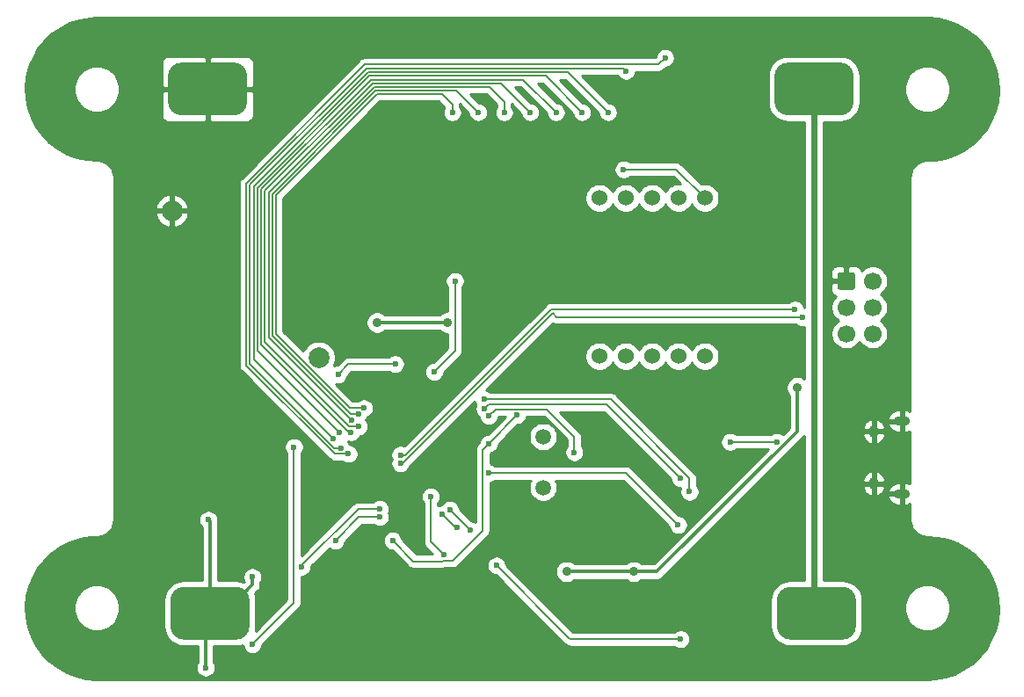
<source format=gbl>
G04 #@! TF.GenerationSoftware,KiCad,Pcbnew,(5.1.10)-1*
G04 #@! TF.CreationDate,2022-05-27T17:28:41+02:00*
G04 #@! TF.ProjectId,pullup_counter_schematic,70756c6c-7570-45f6-936f-756e7465725f,1*
G04 #@! TF.SameCoordinates,Original*
G04 #@! TF.FileFunction,Copper,L2,Bot*
G04 #@! TF.FilePolarity,Positive*
%FSLAX46Y46*%
G04 Gerber Fmt 4.6, Leading zero omitted, Abs format (unit mm)*
G04 Created by KiCad (PCBNEW (5.1.10)-1) date 2022-05-27 17:28:41*
%MOMM*%
%LPD*%
G01*
G04 APERTURE LIST*
G04 #@! TA.AperFunction,ComponentPad*
%ADD10C,1.524000*%
G04 #@! TD*
G04 #@! TA.AperFunction,ComponentPad*
%ADD11C,1.500000*%
G04 #@! TD*
G04 #@! TA.AperFunction,ComponentPad*
%ADD12C,1.700000*%
G04 #@! TD*
G04 #@! TA.AperFunction,ComponentPad*
%ADD13O,1.550000X0.890000*%
G04 #@! TD*
G04 #@! TA.AperFunction,ComponentPad*
%ADD14O,0.950000X1.250000*%
G04 #@! TD*
G04 #@! TA.AperFunction,ComponentPad*
%ADD15C,2.000000*%
G04 #@! TD*
G04 #@! TA.AperFunction,ViaPad*
%ADD16C,0.600000*%
G04 #@! TD*
G04 #@! TA.AperFunction,ViaPad*
%ADD17C,0.900000*%
G04 #@! TD*
G04 #@! TA.AperFunction,Conductor*
%ADD18C,0.300000*%
G04 #@! TD*
G04 #@! TA.AperFunction,Conductor*
%ADD19C,0.150000*%
G04 #@! TD*
G04 #@! TA.AperFunction,Conductor*
%ADD20C,0.600000*%
G04 #@! TD*
G04 #@! TA.AperFunction,Conductor*
%ADD21C,0.254000*%
G04 #@! TD*
G04 #@! TA.AperFunction,Conductor*
%ADD22C,0.152400*%
G04 #@! TD*
G04 APERTURE END LIST*
G04 #@! TA.AperFunction,SMDPad,CuDef*
G36*
G01*
X165515000Y-94270000D02*
X165515000Y-91730000D01*
G75*
G02*
X166785000Y-90460000I1270000J0D01*
G01*
X171865000Y-90460000D01*
G75*
G02*
X173135000Y-91730000I0J-1270000D01*
G01*
X173135000Y-94270000D01*
G75*
G02*
X171865000Y-95540000I-1270000J0D01*
G01*
X166785000Y-95540000D01*
G75*
G02*
X165515000Y-94270000I0J1270000D01*
G01*
G37*
G04 #@! TD.AperFunction*
G04 #@! TA.AperFunction,SMDPad,CuDef*
G36*
G01*
X107095000Y-94270000D02*
X107095000Y-91730000D01*
G75*
G02*
X108365000Y-90460000I1270000J0D01*
G01*
X113445000Y-90460000D01*
G75*
G02*
X114715000Y-91730000I0J-1270000D01*
G01*
X114715000Y-94270000D01*
G75*
G02*
X113445000Y-95540000I-1270000J0D01*
G01*
X108365000Y-95540000D01*
G75*
G02*
X107095000Y-94270000I0J1270000D01*
G01*
G37*
G04 #@! TD.AperFunction*
D10*
X148420000Y-53000000D03*
X150960000Y-53000000D03*
X153500000Y-53000000D03*
X156040000Y-53000000D03*
X158580000Y-53000000D03*
X158580000Y-68240000D03*
X156040000Y-68240000D03*
X153500000Y-68240000D03*
X150960000Y-68240000D03*
X148420000Y-68240000D03*
D11*
X143000000Y-76000000D03*
X143000000Y-80880000D03*
D12*
X174740000Y-66080000D03*
X174740000Y-63540000D03*
X174740000Y-61000000D03*
X172200000Y-66080000D03*
X172200000Y-63540000D03*
G04 #@! TA.AperFunction,ComponentPad*
G36*
G01*
X171350000Y-61600000D02*
X171350000Y-60400000D01*
G75*
G02*
X171600000Y-60150000I250000J0D01*
G01*
X172800000Y-60150000D01*
G75*
G02*
X173050000Y-60400000I0J-250000D01*
G01*
X173050000Y-61600000D01*
G75*
G02*
X172800000Y-61850000I-250000J0D01*
G01*
X171600000Y-61850000D01*
G75*
G02*
X171350000Y-61600000I0J250000D01*
G01*
G37*
G04 #@! TD.AperFunction*
D13*
X177550000Y-74500000D03*
X177550000Y-81500000D03*
D14*
X174850000Y-75500000D03*
X174850000Y-80500000D03*
D15*
X107237080Y-54237080D03*
X121379215Y-68379215D03*
G04 #@! TA.AperFunction,SMDPad,CuDef*
G36*
G01*
X114485000Y-41230000D02*
X114485000Y-43770000D01*
G75*
G02*
X113215000Y-45040000I-1270000J0D01*
G01*
X108135000Y-45040000D01*
G75*
G02*
X106865000Y-43770000I0J1270000D01*
G01*
X106865000Y-41230000D01*
G75*
G02*
X108135000Y-39960000I1270000J0D01*
G01*
X113215000Y-39960000D01*
G75*
G02*
X114485000Y-41230000I0J-1270000D01*
G01*
G37*
G04 #@! TD.AperFunction*
G04 #@! TA.AperFunction,SMDPad,CuDef*
G36*
G01*
X172905000Y-41230000D02*
X172905000Y-43770000D01*
G75*
G02*
X171635000Y-45040000I-1270000J0D01*
G01*
X166555000Y-45040000D01*
G75*
G02*
X165285000Y-43770000I0J1270000D01*
G01*
X165285000Y-41230000D01*
G75*
G02*
X166555000Y-39960000I1270000J0D01*
G01*
X171635000Y-39960000D01*
G75*
G02*
X172905000Y-41230000I0J-1270000D01*
G01*
G37*
G04 #@! TD.AperFunction*
D16*
X159000000Y-94750000D03*
X131500000Y-73500000D03*
X130000000Y-73500000D03*
X130000000Y-75000000D03*
X132500000Y-78000000D03*
X134000000Y-78000000D03*
X134000000Y-76500000D03*
X131500000Y-60500000D03*
X129000000Y-60500000D03*
X129000000Y-57000000D03*
X129000000Y-67000000D03*
X109000000Y-97500000D03*
X109500000Y-87500000D03*
X109250000Y-78000000D03*
X136500000Y-50000000D03*
X146500000Y-50500000D03*
X149500000Y-62000000D03*
X150000000Y-66000000D03*
X154500000Y-66000000D03*
X130000000Y-82500000D03*
X126000000Y-79000000D03*
X112000000Y-97500000D03*
X120000000Y-76000000D03*
X167000000Y-78000000D03*
X167500000Y-84000000D03*
X155000000Y-92250000D03*
X155000000Y-97000000D03*
X150750000Y-43000000D03*
X155250000Y-48250000D03*
X105000000Y-50000000D03*
X105000000Y-60000000D03*
X105000000Y-70000000D03*
X105000000Y-80000000D03*
X105000000Y-90000000D03*
X175000000Y-42500000D03*
X175000000Y-57500000D03*
X175000000Y-72500000D03*
X175000000Y-85000000D03*
X157500000Y-82500000D03*
X110750000Y-84000000D03*
X110500000Y-98250000D03*
X115000000Y-89500000D03*
X127250000Y-83750000D03*
X123000000Y-86000000D03*
X150750000Y-50250000D03*
X128750000Y-69000000D03*
X123250000Y-70000000D03*
X119000000Y-77000000D03*
X115000000Y-96000000D03*
X128500000Y-86000000D03*
X137750000Y-76675000D03*
X140500000Y-73925000D03*
X132500000Y-69750000D03*
X134500000Y-61000000D03*
X129250000Y-77750000D03*
X167250000Y-63750000D03*
X129250000Y-78550003D03*
X168000000Y-64500000D03*
D17*
X133750000Y-65000000D03*
X127000000Y-65000000D03*
X151750000Y-89000000D03*
X145250000Y-89000000D03*
X167500000Y-71250000D03*
D16*
X165500000Y-76500000D03*
X161000000Y-76500000D03*
X133400000Y-87350000D03*
X132175000Y-81750000D03*
X137750000Y-79500000D03*
X156000000Y-84500000D03*
X137350000Y-73300000D03*
X156200000Y-80000000D03*
X137300000Y-72400000D03*
X157100000Y-81300000D03*
X144250000Y-44750000D03*
X124500000Y-75575000D03*
X146750000Y-44750000D03*
X123334620Y-75584620D03*
X134250000Y-44750000D03*
X125750000Y-73250000D03*
X139250000Y-44750000D03*
X124585156Y-74400000D03*
X136750000Y-44750000D03*
X125184313Y-73825000D03*
X149250000Y-44750000D03*
X122768933Y-76150306D03*
X141750000Y-44750000D03*
X125250000Y-75000000D03*
X151000000Y-40750000D03*
X123500000Y-77075011D03*
X154750000Y-39500000D03*
X124250000Y-77650011D03*
X127250000Y-82949997D03*
X119750000Y-88500000D03*
X137750000Y-74000000D03*
X146000000Y-77500000D03*
X134000000Y-83000000D03*
X136000000Y-85000000D03*
X133250000Y-83500000D03*
X134750000Y-84750000D03*
X138500000Y-88399990D03*
X156250000Y-95500000D03*
D18*
X110905000Y-84155000D02*
X110750000Y-84000000D01*
X110905000Y-93000000D02*
X110905000Y-84155000D01*
X110500000Y-93405000D02*
X110905000Y-93000000D01*
X110500000Y-98250000D02*
X110500000Y-93405000D01*
X115000000Y-89500000D02*
X115000000Y-90250000D01*
X112250000Y-93000000D02*
X110905000Y-93000000D01*
X115000000Y-90250000D02*
X112250000Y-93000000D01*
D19*
X125250000Y-83750000D02*
X123000000Y-86000000D01*
X127250000Y-83750000D02*
X125250000Y-83750000D01*
X155830000Y-50250000D02*
X158580000Y-53000000D01*
X150750000Y-50250000D02*
X155830000Y-50250000D01*
X124250000Y-69000000D02*
X123250000Y-70000000D01*
X128750000Y-69000000D02*
X124250000Y-69000000D01*
X119000000Y-92000000D02*
X115000000Y-96000000D01*
X119000000Y-77000000D02*
X119000000Y-92000000D01*
X137750000Y-76675000D02*
X140500000Y-73925000D01*
X137174999Y-77250001D02*
X137750000Y-76675000D01*
X137174999Y-85075001D02*
X137174999Y-77250001D01*
X134324999Y-87925001D02*
X137174999Y-85075001D01*
X133324999Y-87925001D02*
X134324999Y-87925001D01*
X133250000Y-88000000D02*
X133324999Y-87925001D01*
X130500000Y-88000000D02*
X133250000Y-88000000D01*
X128500000Y-86000000D02*
X130500000Y-88000000D01*
X132500000Y-69750000D02*
X134500000Y-67750000D01*
X134500000Y-67750000D02*
X134500000Y-64000000D01*
X134500000Y-64000000D02*
X134500000Y-61000000D01*
X129250000Y-77750000D02*
X129750000Y-77750000D01*
X143750000Y-63750000D02*
X167250000Y-63750000D01*
X129750000Y-77750000D02*
X143750000Y-63750000D01*
X129250000Y-78550003D02*
X129449997Y-78550003D01*
X129449997Y-78550003D02*
X143899990Y-64100010D01*
X144299980Y-64500000D02*
X168000000Y-64500000D01*
X143899990Y-64100010D02*
X144299980Y-64500000D01*
D20*
X169095000Y-92770000D02*
X169325000Y-93000000D01*
X169095000Y-42500000D02*
X169095000Y-92770000D01*
D18*
X133750000Y-65000000D02*
X127000000Y-65000000D01*
X151750000Y-89000000D02*
X145250000Y-89000000D01*
X153962002Y-89000000D02*
X167500000Y-75462002D01*
X167500000Y-75462002D02*
X167500000Y-71250000D01*
X151750000Y-89000000D02*
X153962002Y-89000000D01*
D19*
X165500000Y-76500000D02*
X161000000Y-76500000D01*
X132175000Y-86125000D02*
X132175000Y-81750000D01*
X133400000Y-87350000D02*
X132175000Y-86125000D01*
X151000000Y-79500000D02*
X156000000Y-84500000D01*
X137750000Y-79500000D02*
X151000000Y-79500000D01*
X137350000Y-73300000D02*
X137750000Y-72900000D01*
X149100000Y-72900000D02*
X147800000Y-72900000D01*
X156200000Y-80000000D02*
X149100000Y-72900000D01*
X147800000Y-72900000D02*
X147900000Y-72900000D01*
X137750000Y-72900000D02*
X147800000Y-72900000D01*
X157100000Y-81300000D02*
X157100000Y-80000000D01*
X149500000Y-72400000D02*
X148100000Y-72400000D01*
X157100000Y-80000000D02*
X149500000Y-72400000D01*
X137300000Y-72400000D02*
X148100000Y-72400000D01*
X144250000Y-44750000D02*
X141099960Y-41599960D01*
X126420088Y-41599960D02*
X115849960Y-52170088D01*
X141099960Y-41599960D02*
X126420088Y-41599960D01*
X115849960Y-52170088D02*
X115849960Y-67099960D01*
X124325000Y-75575000D02*
X124500000Y-75575000D01*
X115849960Y-67099960D02*
X124325000Y-75575000D01*
X146750000Y-44750000D02*
X143249950Y-41249950D01*
X126275110Y-41249950D02*
X126275108Y-41249952D01*
X143249950Y-41249950D02*
X126275110Y-41249950D01*
X126275108Y-41249952D02*
X115499950Y-52025110D01*
X115499950Y-52025110D02*
X115499950Y-67249950D01*
X115499950Y-67249950D02*
X115499950Y-67749950D01*
X115499950Y-67749950D02*
X123334620Y-75584620D01*
X134250000Y-44750000D02*
X134250000Y-44000000D01*
X134250000Y-44000000D02*
X133250000Y-43000000D01*
X133250000Y-43000000D02*
X127000000Y-43000000D01*
X127000000Y-43000000D02*
X117250000Y-52750000D01*
X124362998Y-73250000D02*
X125750000Y-73250000D01*
X117250000Y-66137002D02*
X124362998Y-73250000D01*
X117250000Y-52750000D02*
X117250000Y-66137002D01*
X139250000Y-44750000D02*
X139250000Y-43750000D01*
X139250000Y-43750000D02*
X137799980Y-42299980D01*
X126710044Y-42299980D02*
X126710042Y-42299982D01*
X137799980Y-42299980D02*
X126710044Y-42299980D01*
X126710042Y-42299982D02*
X116549980Y-52460044D01*
X116549980Y-66426958D02*
X116549982Y-66426960D01*
X116549980Y-52460044D02*
X116549980Y-66426958D01*
X124523022Y-74400000D02*
X124585156Y-74400000D01*
X116549982Y-66426960D02*
X124523022Y-74400000D01*
X136750000Y-44750000D02*
X134649990Y-42649990D01*
X126855022Y-42649990D02*
X116899990Y-52605022D01*
X134649990Y-42649990D02*
X126855022Y-42649990D01*
X124443010Y-73825000D02*
X125184313Y-73825000D01*
X116899990Y-66281980D02*
X124443010Y-73825000D01*
X116899990Y-52605022D02*
X116899990Y-66281980D01*
X149250000Y-44750000D02*
X145399940Y-40899940D01*
X126130132Y-40899940D02*
X126130128Y-40899944D01*
X145399940Y-40899940D02*
X126130132Y-40899940D01*
X126130128Y-40899944D02*
X115149940Y-51880132D01*
X115149940Y-68531313D02*
X122768933Y-76150306D01*
X115149940Y-51880132D02*
X115149940Y-68531313D01*
X141750000Y-44750000D02*
X138949970Y-41949970D01*
X126565066Y-41949970D02*
X126565062Y-41949974D01*
X138949970Y-41949970D02*
X126565066Y-41949970D01*
X126565062Y-41949974D02*
X116199970Y-52315066D01*
X116199970Y-52315066D02*
X116199970Y-66571936D01*
X116199970Y-66571936D02*
X116199970Y-66865816D01*
X124334154Y-75000000D02*
X125250000Y-75000000D01*
X116199970Y-66865816D02*
X124334154Y-75000000D01*
X150750000Y-40500000D02*
X151000000Y-40750000D01*
X126000000Y-40500000D02*
X150750000Y-40500000D01*
X114750000Y-51750000D02*
X126000000Y-40500000D01*
X122825011Y-77075011D02*
X114750000Y-69000000D01*
X123500000Y-77075011D02*
X122825011Y-77075011D01*
X114750000Y-69000000D02*
X114750000Y-51750000D01*
X123349989Y-77650011D02*
X124250000Y-77650011D01*
X114399990Y-51605022D02*
X114399990Y-69144978D01*
X122905023Y-77650011D02*
X123349989Y-77650011D01*
X125855022Y-40149990D02*
X114399990Y-51605022D01*
X154100010Y-40149990D02*
X125855022Y-40149990D01*
X114399990Y-69144978D02*
X122905023Y-77650011D01*
X154750000Y-39500000D02*
X154100010Y-40149990D01*
X119750000Y-88398998D02*
X119750000Y-88500000D01*
X125199001Y-82949997D02*
X119750000Y-88398998D01*
X127250000Y-82949997D02*
X125199001Y-82949997D01*
X138400001Y-73349999D02*
X143349999Y-73349999D01*
X137750000Y-74000000D02*
X138400001Y-73349999D01*
X146000000Y-76000000D02*
X146000000Y-77500000D01*
X143349999Y-73349999D02*
X146000000Y-76000000D01*
X134000000Y-83000000D02*
X136000000Y-85000000D01*
X134500000Y-84750000D02*
X134750000Y-84750000D01*
X133250000Y-83500000D02*
X134500000Y-84750000D01*
X145500000Y-95399990D02*
X145050005Y-94949995D01*
X145050005Y-94949995D02*
X145100010Y-95000000D01*
X138500000Y-88399990D02*
X145050005Y-94949995D01*
X145500000Y-95400000D02*
X145600000Y-95500000D01*
X145500000Y-95399990D02*
X145500000Y-95400000D01*
X156250000Y-95500000D02*
X145600000Y-95500000D01*
D21*
X180988005Y-35727458D02*
X181955321Y-35941021D01*
X182881665Y-36291981D01*
X183747653Y-36772995D01*
X184535123Y-37373974D01*
X185227595Y-38082337D01*
X185810560Y-38883249D01*
X186271796Y-39759915D01*
X186601655Y-40693996D01*
X186793214Y-41665896D01*
X186842469Y-42655280D01*
X186748384Y-43641403D01*
X186512933Y-44603616D01*
X186141043Y-45521767D01*
X185640509Y-46376614D01*
X185021819Y-47150251D01*
X184297925Y-47826476D01*
X183483999Y-48391116D01*
X182597084Y-48832350D01*
X181655774Y-49140927D01*
X180672421Y-49311665D01*
X179967480Y-49346759D01*
X179950970Y-49348786D01*
X179933739Y-49348666D01*
X179924650Y-49349557D01*
X179730553Y-49369958D01*
X179672423Y-49381890D01*
X179614257Y-49392986D01*
X179605521Y-49395623D01*
X179605512Y-49395625D01*
X179605504Y-49395629D01*
X179419077Y-49453337D01*
X179364393Y-49476324D01*
X179309466Y-49498515D01*
X179301407Y-49502800D01*
X179301402Y-49502802D01*
X179301401Y-49502803D01*
X179129726Y-49595627D01*
X179080570Y-49628783D01*
X179030976Y-49661237D01*
X179023899Y-49667009D01*
X178873521Y-49791413D01*
X178831746Y-49833480D01*
X178789398Y-49874951D01*
X178783577Y-49881987D01*
X178660227Y-50033229D01*
X178627409Y-50082624D01*
X178593931Y-50131517D01*
X178589587Y-50139550D01*
X178497962Y-50311873D01*
X178475365Y-50366696D01*
X178452020Y-50421165D01*
X178449319Y-50429889D01*
X178392910Y-50616725D01*
X178381390Y-50674906D01*
X178369071Y-50732860D01*
X178368118Y-50741931D01*
X178368116Y-50741942D01*
X178368116Y-50741952D01*
X178349072Y-50936175D01*
X178349072Y-50936186D01*
X178345951Y-50967875D01*
X178345950Y-73522576D01*
X178215257Y-73465528D01*
X178007000Y-73420000D01*
X177677000Y-73420000D01*
X177677000Y-74373000D01*
X177697000Y-74373000D01*
X177697000Y-74627000D01*
X177677000Y-74627000D01*
X177677000Y-75580000D01*
X178007000Y-75580000D01*
X178215257Y-75534472D01*
X178345950Y-75477424D01*
X178345950Y-80522576D01*
X178215257Y-80465528D01*
X178007000Y-80420000D01*
X177677000Y-80420000D01*
X177677000Y-81373000D01*
X177697000Y-81373000D01*
X177697000Y-81627000D01*
X177677000Y-81627000D01*
X177677000Y-82580000D01*
X178007000Y-82580000D01*
X178215257Y-82534472D01*
X178345950Y-82477424D01*
X178345950Y-84032124D01*
X178348709Y-84060135D01*
X178348666Y-84066261D01*
X178349557Y-84075350D01*
X178369958Y-84269447D01*
X178381890Y-84327577D01*
X178392986Y-84385743D01*
X178395623Y-84394479D01*
X178395625Y-84394488D01*
X178395629Y-84394496D01*
X178453337Y-84580923D01*
X178476319Y-84635595D01*
X178498515Y-84690534D01*
X178502802Y-84698597D01*
X178595627Y-84870274D01*
X178628793Y-84919445D01*
X178661237Y-84969024D01*
X178667009Y-84976101D01*
X178791412Y-85126479D01*
X178833499Y-85168273D01*
X178874951Y-85210602D01*
X178881987Y-85216423D01*
X179033229Y-85339773D01*
X179082642Y-85372603D01*
X179131518Y-85406069D01*
X179139546Y-85410410D01*
X179139550Y-85410413D01*
X179139554Y-85410415D01*
X179311873Y-85502038D01*
X179366685Y-85524630D01*
X179421165Y-85547980D01*
X179429889Y-85550681D01*
X179616725Y-85607090D01*
X179674892Y-85618608D01*
X179732859Y-85630929D01*
X179741932Y-85631882D01*
X179741942Y-85631884D01*
X179741951Y-85631884D01*
X179936175Y-85650928D01*
X179941209Y-85650928D01*
X179952668Y-85652335D01*
X180988005Y-85727458D01*
X181955321Y-85941021D01*
X182881665Y-86291981D01*
X183747653Y-86772995D01*
X184535123Y-87373974D01*
X185227595Y-88082337D01*
X185810560Y-88883249D01*
X186271796Y-89759915D01*
X186601655Y-90693996D01*
X186793214Y-91665896D01*
X186842469Y-92655280D01*
X186748384Y-93641403D01*
X186512933Y-94603616D01*
X186141043Y-95521767D01*
X185640509Y-96376614D01*
X185021819Y-97150251D01*
X184297925Y-97826476D01*
X183483999Y-98391116D01*
X182597084Y-98832350D01*
X181655774Y-99140927D01*
X180672421Y-99311665D01*
X179983731Y-99345950D01*
X100023696Y-99345950D01*
X99011995Y-99272543D01*
X98044679Y-99058979D01*
X97118335Y-98708019D01*
X96252352Y-98227008D01*
X95464879Y-97626029D01*
X94772405Y-96917663D01*
X94189441Y-96116753D01*
X93728204Y-95240084D01*
X93398345Y-94306004D01*
X93206785Y-93334104D01*
X93157531Y-92344720D01*
X93163718Y-92279872D01*
X97765000Y-92279872D01*
X97765000Y-92720128D01*
X97850890Y-93151925D01*
X98019369Y-93558669D01*
X98263962Y-93924729D01*
X98575271Y-94236038D01*
X98941331Y-94480631D01*
X99348075Y-94649110D01*
X99779872Y-94735000D01*
X100220128Y-94735000D01*
X100651925Y-94649110D01*
X101058669Y-94480631D01*
X101424729Y-94236038D01*
X101736038Y-93924729D01*
X101980631Y-93558669D01*
X102149110Y-93151925D01*
X102235000Y-92720128D01*
X102235000Y-92279872D01*
X102149110Y-91848075D01*
X102100202Y-91730000D01*
X106456928Y-91730000D01*
X106456928Y-94270000D01*
X106493591Y-94642246D01*
X106602171Y-95000188D01*
X106778496Y-95330068D01*
X107015789Y-95619211D01*
X107304932Y-95856504D01*
X107634812Y-96032829D01*
X107992754Y-96141409D01*
X108365000Y-96178072D01*
X109715000Y-96178072D01*
X109715000Y-97741880D01*
X109671414Y-97807111D01*
X109600932Y-97977271D01*
X109565000Y-98157911D01*
X109565000Y-98342089D01*
X109600932Y-98522729D01*
X109671414Y-98692889D01*
X109773738Y-98846028D01*
X109903972Y-98976262D01*
X110057111Y-99078586D01*
X110227271Y-99149068D01*
X110407911Y-99185000D01*
X110592089Y-99185000D01*
X110772729Y-99149068D01*
X110942889Y-99078586D01*
X111096028Y-98976262D01*
X111226262Y-98846028D01*
X111328586Y-98692889D01*
X111399068Y-98522729D01*
X111435000Y-98342089D01*
X111435000Y-98157911D01*
X111399068Y-97977271D01*
X111328586Y-97807111D01*
X111285000Y-97741880D01*
X111285000Y-96178072D01*
X113445000Y-96178072D01*
X113817246Y-96141409D01*
X114065000Y-96066254D01*
X114065000Y-96092089D01*
X114100932Y-96272729D01*
X114171414Y-96442889D01*
X114273738Y-96596028D01*
X114403972Y-96726262D01*
X114557111Y-96828586D01*
X114727271Y-96899068D01*
X114907911Y-96935000D01*
X115092089Y-96935000D01*
X115272729Y-96899068D01*
X115442889Y-96828586D01*
X115596028Y-96726262D01*
X115726262Y-96596028D01*
X115828586Y-96442889D01*
X115899068Y-96272729D01*
X115935000Y-96092089D01*
X115935000Y-96069091D01*
X119477384Y-92526708D01*
X119504475Y-92504475D01*
X119593200Y-92396363D01*
X119659128Y-92273020D01*
X119699727Y-92139184D01*
X119710000Y-92034877D01*
X119710000Y-92034876D01*
X119713435Y-92000001D01*
X119710000Y-91965126D01*
X119710000Y-89435000D01*
X119842089Y-89435000D01*
X120022729Y-89399068D01*
X120192889Y-89328586D01*
X120346028Y-89226262D01*
X120476262Y-89096028D01*
X120578586Y-88942889D01*
X120649068Y-88772729D01*
X120685000Y-88592089D01*
X120685000Y-88468089D01*
X122417673Y-86735417D01*
X122557111Y-86828586D01*
X122727271Y-86899068D01*
X122907911Y-86935000D01*
X123092089Y-86935000D01*
X123272729Y-86899068D01*
X123442889Y-86828586D01*
X123596028Y-86726262D01*
X123726262Y-86596028D01*
X123828586Y-86442889D01*
X123899068Y-86272729D01*
X123935000Y-86092089D01*
X123935000Y-86069091D01*
X124096180Y-85907911D01*
X127565000Y-85907911D01*
X127565000Y-86092089D01*
X127600932Y-86272729D01*
X127671414Y-86442889D01*
X127773738Y-86596028D01*
X127903972Y-86726262D01*
X128057111Y-86828586D01*
X128227271Y-86899068D01*
X128407911Y-86935000D01*
X128430909Y-86935000D01*
X129973292Y-88477384D01*
X129995525Y-88504475D01*
X130103637Y-88593200D01*
X130226980Y-88659128D01*
X130360816Y-88699727D01*
X130465123Y-88710000D01*
X130465124Y-88710000D01*
X130499999Y-88713435D01*
X130534874Y-88710000D01*
X133215125Y-88710000D01*
X133250000Y-88713435D01*
X133284875Y-88710000D01*
X133284877Y-88710000D01*
X133389184Y-88699727D01*
X133523020Y-88659128D01*
X133568159Y-88635001D01*
X134290124Y-88635001D01*
X134324999Y-88638436D01*
X134359874Y-88635001D01*
X134359876Y-88635001D01*
X134464183Y-88624728D01*
X134598019Y-88584129D01*
X134721362Y-88518201D01*
X134829474Y-88429476D01*
X134851711Y-88402380D01*
X134946190Y-88307901D01*
X137565000Y-88307901D01*
X137565000Y-88492079D01*
X137600932Y-88672719D01*
X137671414Y-88842879D01*
X137773738Y-88996018D01*
X137903972Y-89126252D01*
X138057111Y-89228576D01*
X138227271Y-89299058D01*
X138407911Y-89334990D01*
X138430909Y-89334990D01*
X144973246Y-95877327D01*
X144995526Y-95904475D01*
X145022617Y-95926708D01*
X145073288Y-95977379D01*
X145095525Y-96004475D01*
X145203637Y-96093200D01*
X145326980Y-96159128D01*
X145460816Y-96199727D01*
X145565123Y-96210000D01*
X145565124Y-96210000D01*
X145599999Y-96213435D01*
X145634874Y-96210000D01*
X155637710Y-96210000D01*
X155653972Y-96226262D01*
X155807111Y-96328586D01*
X155977271Y-96399068D01*
X156157911Y-96435000D01*
X156342089Y-96435000D01*
X156522729Y-96399068D01*
X156692889Y-96328586D01*
X156846028Y-96226262D01*
X156976262Y-96096028D01*
X157078586Y-95942889D01*
X157149068Y-95772729D01*
X157185000Y-95592089D01*
X157185000Y-95407911D01*
X157149068Y-95227271D01*
X157078586Y-95057111D01*
X156976262Y-94903972D01*
X156846028Y-94773738D01*
X156692889Y-94671414D01*
X156522729Y-94600932D01*
X156342089Y-94565000D01*
X156157911Y-94565000D01*
X155977271Y-94600932D01*
X155807111Y-94671414D01*
X155653972Y-94773738D01*
X155637710Y-94790000D01*
X145894101Y-94790000D01*
X139435000Y-88330899D01*
X139435000Y-88307901D01*
X139399068Y-88127261D01*
X139328586Y-87957101D01*
X139226262Y-87803962D01*
X139096028Y-87673728D01*
X138942889Y-87571404D01*
X138772729Y-87500922D01*
X138592089Y-87464990D01*
X138407911Y-87464990D01*
X138227271Y-87500922D01*
X138057111Y-87571404D01*
X137903972Y-87673728D01*
X137773738Y-87803962D01*
X137671414Y-87957101D01*
X137600932Y-88127261D01*
X137565000Y-88307901D01*
X134946190Y-88307901D01*
X137652382Y-85601709D01*
X137679473Y-85579476D01*
X137768199Y-85471364D01*
X137834127Y-85348021D01*
X137874726Y-85214185D01*
X137884999Y-85109878D01*
X137884999Y-85109876D01*
X137888434Y-85075001D01*
X137884999Y-85040126D01*
X137884999Y-80426465D01*
X138022729Y-80399068D01*
X138192889Y-80328586D01*
X138346028Y-80226262D01*
X138362290Y-80210000D01*
X141781955Y-80210000D01*
X141772629Y-80223957D01*
X141668225Y-80476011D01*
X141615000Y-80743589D01*
X141615000Y-81016411D01*
X141668225Y-81283989D01*
X141772629Y-81536043D01*
X141924201Y-81762886D01*
X142117114Y-81955799D01*
X142343957Y-82107371D01*
X142596011Y-82211775D01*
X142863589Y-82265000D01*
X143136411Y-82265000D01*
X143403989Y-82211775D01*
X143656043Y-82107371D01*
X143882886Y-81955799D01*
X144075799Y-81762886D01*
X144227371Y-81536043D01*
X144331775Y-81283989D01*
X144385000Y-81016411D01*
X144385000Y-80743589D01*
X144331775Y-80476011D01*
X144227371Y-80223957D01*
X144218045Y-80210000D01*
X150705909Y-80210000D01*
X155065000Y-84569091D01*
X155065000Y-84592089D01*
X155100932Y-84772729D01*
X155171414Y-84942889D01*
X155273738Y-85096028D01*
X155403972Y-85226262D01*
X155557111Y-85328586D01*
X155727271Y-85399068D01*
X155907911Y-85435000D01*
X156092089Y-85435000D01*
X156272729Y-85399068D01*
X156442889Y-85328586D01*
X156596028Y-85226262D01*
X156726262Y-85096028D01*
X156828586Y-84942889D01*
X156899068Y-84772729D01*
X156935000Y-84592089D01*
X156935000Y-84407911D01*
X156899068Y-84227271D01*
X156828586Y-84057111D01*
X156726262Y-83903972D01*
X156596028Y-83773738D01*
X156442889Y-83671414D01*
X156272729Y-83600932D01*
X156092089Y-83565000D01*
X156069091Y-83565000D01*
X151526712Y-79022621D01*
X151504475Y-78995525D01*
X151396363Y-78906800D01*
X151273020Y-78840872D01*
X151139184Y-78800273D01*
X151034877Y-78790000D01*
X151034875Y-78790000D01*
X151000000Y-78786565D01*
X150965125Y-78790000D01*
X138362290Y-78790000D01*
X138346028Y-78773738D01*
X138192889Y-78671414D01*
X138022729Y-78600932D01*
X137884999Y-78573535D01*
X137884999Y-77601465D01*
X138022729Y-77574068D01*
X138192889Y-77503586D01*
X138346028Y-77401262D01*
X138476262Y-77271028D01*
X138578586Y-77117889D01*
X138649068Y-76947729D01*
X138685000Y-76767089D01*
X138685000Y-76744091D01*
X139565502Y-75863589D01*
X141615000Y-75863589D01*
X141615000Y-76136411D01*
X141668225Y-76403989D01*
X141772629Y-76656043D01*
X141924201Y-76882886D01*
X142117114Y-77075799D01*
X142343957Y-77227371D01*
X142596011Y-77331775D01*
X142863589Y-77385000D01*
X143136411Y-77385000D01*
X143403989Y-77331775D01*
X143656043Y-77227371D01*
X143882886Y-77075799D01*
X144075799Y-76882886D01*
X144227371Y-76656043D01*
X144331775Y-76403989D01*
X144385000Y-76136411D01*
X144385000Y-75863589D01*
X144331775Y-75596011D01*
X144227371Y-75343957D01*
X144075799Y-75117114D01*
X143882886Y-74924201D01*
X143656043Y-74772629D01*
X143403989Y-74668225D01*
X143136411Y-74615000D01*
X142863589Y-74615000D01*
X142596011Y-74668225D01*
X142343957Y-74772629D01*
X142117114Y-74924201D01*
X141924201Y-75117114D01*
X141772629Y-75343957D01*
X141668225Y-75596011D01*
X141615000Y-75863589D01*
X139565502Y-75863589D01*
X140569092Y-74860000D01*
X140592089Y-74860000D01*
X140772729Y-74824068D01*
X140942889Y-74753586D01*
X141096028Y-74651262D01*
X141226262Y-74521028D01*
X141328586Y-74367889D01*
X141399068Y-74197729D01*
X141426465Y-74059999D01*
X143055908Y-74059999D01*
X145290000Y-76294092D01*
X145290001Y-76887709D01*
X145273738Y-76903972D01*
X145171414Y-77057111D01*
X145100932Y-77227271D01*
X145065000Y-77407911D01*
X145065000Y-77592089D01*
X145100932Y-77772729D01*
X145171414Y-77942889D01*
X145273738Y-78096028D01*
X145403972Y-78226262D01*
X145557111Y-78328586D01*
X145727271Y-78399068D01*
X145907911Y-78435000D01*
X146092089Y-78435000D01*
X146272729Y-78399068D01*
X146442889Y-78328586D01*
X146596028Y-78226262D01*
X146726262Y-78096028D01*
X146828586Y-77942889D01*
X146899068Y-77772729D01*
X146935000Y-77592089D01*
X146935000Y-77407911D01*
X146899068Y-77227271D01*
X146828586Y-77057111D01*
X146726262Y-76903972D01*
X146710000Y-76887710D01*
X146710000Y-76034874D01*
X146713435Y-75999999D01*
X146710000Y-75965123D01*
X146699727Y-75860816D01*
X146659128Y-75726980D01*
X146593200Y-75603637D01*
X146593199Y-75603635D01*
X146526707Y-75522615D01*
X146526704Y-75522612D01*
X146504474Y-75495525D01*
X146477389Y-75473297D01*
X144614091Y-73610000D01*
X148805909Y-73610000D01*
X155265000Y-80069092D01*
X155265000Y-80092089D01*
X155300932Y-80272729D01*
X155371414Y-80442889D01*
X155473738Y-80596028D01*
X155603972Y-80726262D01*
X155757111Y-80828586D01*
X155927271Y-80899068D01*
X156107911Y-80935000D01*
X156239152Y-80935000D01*
X156200932Y-81027271D01*
X156165000Y-81207911D01*
X156165000Y-81392089D01*
X156200932Y-81572729D01*
X156271414Y-81742889D01*
X156373738Y-81896028D01*
X156503972Y-82026262D01*
X156657111Y-82128586D01*
X156827271Y-82199068D01*
X157007911Y-82235000D01*
X157192089Y-82235000D01*
X157372729Y-82199068D01*
X157542889Y-82128586D01*
X157696028Y-82026262D01*
X157826262Y-81896028D01*
X157928586Y-81742889D01*
X157999068Y-81572729D01*
X158035000Y-81392089D01*
X158035000Y-81207911D01*
X157999068Y-81027271D01*
X157928586Y-80857111D01*
X157826262Y-80703972D01*
X157810000Y-80687710D01*
X157810000Y-80034874D01*
X157813435Y-79999999D01*
X157804365Y-79907911D01*
X157799727Y-79860816D01*
X157759128Y-79726980D01*
X157693200Y-79603637D01*
X157604475Y-79495525D01*
X157577384Y-79473292D01*
X150026712Y-71922621D01*
X150004475Y-71895525D01*
X149896363Y-71806800D01*
X149773020Y-71740872D01*
X149639184Y-71700273D01*
X149534877Y-71690000D01*
X149534875Y-71690000D01*
X149500000Y-71686565D01*
X149465125Y-71690000D01*
X137912290Y-71690000D01*
X137896028Y-71673738D01*
X137742889Y-71571414D01*
X137572729Y-71500932D01*
X137514702Y-71489390D01*
X140901684Y-68102408D01*
X147023000Y-68102408D01*
X147023000Y-68377592D01*
X147076686Y-68647490D01*
X147181995Y-68901727D01*
X147334880Y-69130535D01*
X147529465Y-69325120D01*
X147758273Y-69478005D01*
X148012510Y-69583314D01*
X148282408Y-69637000D01*
X148557592Y-69637000D01*
X148827490Y-69583314D01*
X149081727Y-69478005D01*
X149310535Y-69325120D01*
X149505120Y-69130535D01*
X149658005Y-68901727D01*
X149690000Y-68824485D01*
X149721995Y-68901727D01*
X149874880Y-69130535D01*
X150069465Y-69325120D01*
X150298273Y-69478005D01*
X150552510Y-69583314D01*
X150822408Y-69637000D01*
X151097592Y-69637000D01*
X151367490Y-69583314D01*
X151621727Y-69478005D01*
X151850535Y-69325120D01*
X152045120Y-69130535D01*
X152198005Y-68901727D01*
X152230000Y-68824485D01*
X152261995Y-68901727D01*
X152414880Y-69130535D01*
X152609465Y-69325120D01*
X152838273Y-69478005D01*
X153092510Y-69583314D01*
X153362408Y-69637000D01*
X153637592Y-69637000D01*
X153907490Y-69583314D01*
X154161727Y-69478005D01*
X154390535Y-69325120D01*
X154585120Y-69130535D01*
X154738005Y-68901727D01*
X154770000Y-68824485D01*
X154801995Y-68901727D01*
X154954880Y-69130535D01*
X155149465Y-69325120D01*
X155378273Y-69478005D01*
X155632510Y-69583314D01*
X155902408Y-69637000D01*
X156177592Y-69637000D01*
X156447490Y-69583314D01*
X156701727Y-69478005D01*
X156930535Y-69325120D01*
X157125120Y-69130535D01*
X157278005Y-68901727D01*
X157310000Y-68824485D01*
X157341995Y-68901727D01*
X157494880Y-69130535D01*
X157689465Y-69325120D01*
X157918273Y-69478005D01*
X158172510Y-69583314D01*
X158442408Y-69637000D01*
X158717592Y-69637000D01*
X158987490Y-69583314D01*
X159241727Y-69478005D01*
X159470535Y-69325120D01*
X159665120Y-69130535D01*
X159818005Y-68901727D01*
X159923314Y-68647490D01*
X159977000Y-68377592D01*
X159977000Y-68102408D01*
X159923314Y-67832510D01*
X159818005Y-67578273D01*
X159665120Y-67349465D01*
X159470535Y-67154880D01*
X159241727Y-67001995D01*
X158987490Y-66896686D01*
X158717592Y-66843000D01*
X158442408Y-66843000D01*
X158172510Y-66896686D01*
X157918273Y-67001995D01*
X157689465Y-67154880D01*
X157494880Y-67349465D01*
X157341995Y-67578273D01*
X157310000Y-67655515D01*
X157278005Y-67578273D01*
X157125120Y-67349465D01*
X156930535Y-67154880D01*
X156701727Y-67001995D01*
X156447490Y-66896686D01*
X156177592Y-66843000D01*
X155902408Y-66843000D01*
X155632510Y-66896686D01*
X155378273Y-67001995D01*
X155149465Y-67154880D01*
X154954880Y-67349465D01*
X154801995Y-67578273D01*
X154770000Y-67655515D01*
X154738005Y-67578273D01*
X154585120Y-67349465D01*
X154390535Y-67154880D01*
X154161727Y-67001995D01*
X153907490Y-66896686D01*
X153637592Y-66843000D01*
X153362408Y-66843000D01*
X153092510Y-66896686D01*
X152838273Y-67001995D01*
X152609465Y-67154880D01*
X152414880Y-67349465D01*
X152261995Y-67578273D01*
X152230000Y-67655515D01*
X152198005Y-67578273D01*
X152045120Y-67349465D01*
X151850535Y-67154880D01*
X151621727Y-67001995D01*
X151367490Y-66896686D01*
X151097592Y-66843000D01*
X150822408Y-66843000D01*
X150552510Y-66896686D01*
X150298273Y-67001995D01*
X150069465Y-67154880D01*
X149874880Y-67349465D01*
X149721995Y-67578273D01*
X149690000Y-67655515D01*
X149658005Y-67578273D01*
X149505120Y-67349465D01*
X149310535Y-67154880D01*
X149081727Y-67001995D01*
X148827490Y-66896686D01*
X148557592Y-66843000D01*
X148282408Y-66843000D01*
X148012510Y-66896686D01*
X147758273Y-67001995D01*
X147529465Y-67154880D01*
X147334880Y-67349465D01*
X147181995Y-67578273D01*
X147076686Y-67832510D01*
X147023000Y-68102408D01*
X140901684Y-68102408D01*
X143908358Y-65095734D01*
X144026960Y-65159128D01*
X144160796Y-65199727D01*
X144265103Y-65210000D01*
X144265104Y-65210000D01*
X144299979Y-65213435D01*
X144334854Y-65210000D01*
X167387710Y-65210000D01*
X167403972Y-65226262D01*
X167557111Y-65328586D01*
X167727271Y-65399068D01*
X167907911Y-65435000D01*
X168092089Y-65435000D01*
X168160000Y-65421491D01*
X168160001Y-70386080D01*
X168013940Y-70288485D01*
X167816483Y-70206696D01*
X167606863Y-70165000D01*
X167393137Y-70165000D01*
X167183517Y-70206696D01*
X166986060Y-70288485D01*
X166808353Y-70407225D01*
X166657225Y-70558353D01*
X166538485Y-70736060D01*
X166456696Y-70933517D01*
X166415000Y-71143137D01*
X166415000Y-71356863D01*
X166456696Y-71566483D01*
X166538485Y-71763940D01*
X166657225Y-71941647D01*
X166715001Y-71999423D01*
X166715000Y-75136844D01*
X166085285Y-75766559D01*
X165942889Y-75671414D01*
X165772729Y-75600932D01*
X165592089Y-75565000D01*
X165407911Y-75565000D01*
X165227271Y-75600932D01*
X165057111Y-75671414D01*
X164903972Y-75773738D01*
X164887710Y-75790000D01*
X161612290Y-75790000D01*
X161596028Y-75773738D01*
X161442889Y-75671414D01*
X161272729Y-75600932D01*
X161092089Y-75565000D01*
X160907911Y-75565000D01*
X160727271Y-75600932D01*
X160557111Y-75671414D01*
X160403972Y-75773738D01*
X160273738Y-75903972D01*
X160171414Y-76057111D01*
X160100932Y-76227271D01*
X160065000Y-76407911D01*
X160065000Y-76592089D01*
X160100932Y-76772729D01*
X160171414Y-76942889D01*
X160273738Y-77096028D01*
X160403972Y-77226262D01*
X160557111Y-77328586D01*
X160727271Y-77399068D01*
X160907911Y-77435000D01*
X161092089Y-77435000D01*
X161272729Y-77399068D01*
X161442889Y-77328586D01*
X161596028Y-77226262D01*
X161612290Y-77210000D01*
X164641844Y-77210000D01*
X153636845Y-88215000D01*
X152499422Y-88215000D01*
X152441647Y-88157225D01*
X152263940Y-88038485D01*
X152066483Y-87956696D01*
X151856863Y-87915000D01*
X151643137Y-87915000D01*
X151433517Y-87956696D01*
X151236060Y-88038485D01*
X151058353Y-88157225D01*
X151000578Y-88215000D01*
X145999422Y-88215000D01*
X145941647Y-88157225D01*
X145763940Y-88038485D01*
X145566483Y-87956696D01*
X145356863Y-87915000D01*
X145143137Y-87915000D01*
X144933517Y-87956696D01*
X144736060Y-88038485D01*
X144558353Y-88157225D01*
X144407225Y-88308353D01*
X144288485Y-88486060D01*
X144206696Y-88683517D01*
X144165000Y-88893137D01*
X144165000Y-89106863D01*
X144206696Y-89316483D01*
X144288485Y-89513940D01*
X144407225Y-89691647D01*
X144558353Y-89842775D01*
X144736060Y-89961515D01*
X144933517Y-90043304D01*
X145143137Y-90085000D01*
X145356863Y-90085000D01*
X145566483Y-90043304D01*
X145763940Y-89961515D01*
X145941647Y-89842775D01*
X145999422Y-89785000D01*
X151000578Y-89785000D01*
X151058353Y-89842775D01*
X151236060Y-89961515D01*
X151433517Y-90043304D01*
X151643137Y-90085000D01*
X151856863Y-90085000D01*
X152066483Y-90043304D01*
X152263940Y-89961515D01*
X152441647Y-89842775D01*
X152499422Y-89785000D01*
X153923449Y-89785000D01*
X153962002Y-89788797D01*
X154000555Y-89785000D01*
X154000563Y-89785000D01*
X154115889Y-89773641D01*
X154263862Y-89728754D01*
X154400235Y-89655862D01*
X154519766Y-89557764D01*
X154544349Y-89527810D01*
X168027817Y-76044343D01*
X168057764Y-76019766D01*
X168155862Y-75900235D01*
X168160001Y-75892492D01*
X168160001Y-89821928D01*
X166785000Y-89821928D01*
X166412754Y-89858591D01*
X166054812Y-89967171D01*
X165724932Y-90143496D01*
X165435789Y-90380789D01*
X165198496Y-90669932D01*
X165022171Y-90999812D01*
X164913591Y-91357754D01*
X164876928Y-91730000D01*
X164876928Y-94270000D01*
X164913591Y-94642246D01*
X165022171Y-95000188D01*
X165198496Y-95330068D01*
X165435789Y-95619211D01*
X165724932Y-95856504D01*
X166054812Y-96032829D01*
X166412754Y-96141409D01*
X166785000Y-96178072D01*
X171865000Y-96178072D01*
X172237246Y-96141409D01*
X172595188Y-96032829D01*
X172925068Y-95856504D01*
X173214211Y-95619211D01*
X173451504Y-95330068D01*
X173627829Y-95000188D01*
X173736409Y-94642246D01*
X173773072Y-94270000D01*
X173773072Y-92279872D01*
X177765000Y-92279872D01*
X177765000Y-92720128D01*
X177850890Y-93151925D01*
X178019369Y-93558669D01*
X178263962Y-93924729D01*
X178575271Y-94236038D01*
X178941331Y-94480631D01*
X179348075Y-94649110D01*
X179779872Y-94735000D01*
X180220128Y-94735000D01*
X180651925Y-94649110D01*
X181058669Y-94480631D01*
X181424729Y-94236038D01*
X181736038Y-93924729D01*
X181980631Y-93558669D01*
X182149110Y-93151925D01*
X182235000Y-92720128D01*
X182235000Y-92279872D01*
X182149110Y-91848075D01*
X181980631Y-91441331D01*
X181736038Y-91075271D01*
X181424729Y-90763962D01*
X181058669Y-90519369D01*
X180651925Y-90350890D01*
X180220128Y-90265000D01*
X179779872Y-90265000D01*
X179348075Y-90350890D01*
X178941331Y-90519369D01*
X178575271Y-90763962D01*
X178263962Y-91075271D01*
X178019369Y-91441331D01*
X177850890Y-91848075D01*
X177765000Y-92279872D01*
X173773072Y-92279872D01*
X173773072Y-91730000D01*
X173736409Y-91357754D01*
X173627829Y-90999812D01*
X173451504Y-90669932D01*
X173214211Y-90380789D01*
X172925068Y-90143496D01*
X172595188Y-89967171D01*
X172237246Y-89858591D01*
X171865000Y-89821928D01*
X170030000Y-89821928D01*
X170030000Y-81793213D01*
X176180565Y-81793213D01*
X176251454Y-81994420D01*
X176366521Y-82173874D01*
X176514387Y-82327431D01*
X176689369Y-82449190D01*
X176884743Y-82534472D01*
X177093000Y-82580000D01*
X177423000Y-82580000D01*
X177423000Y-81627000D01*
X176307546Y-81627000D01*
X176180565Y-81793213D01*
X170030000Y-81793213D01*
X170030000Y-80801131D01*
X173748770Y-80801131D01*
X173799414Y-81013066D01*
X173890431Y-81211049D01*
X174018324Y-81387471D01*
X174178178Y-81535553D01*
X174363850Y-81649603D01*
X174552062Y-81719268D01*
X174723000Y-81592734D01*
X174723000Y-80627000D01*
X174977000Y-80627000D01*
X174977000Y-81592734D01*
X175147938Y-81719268D01*
X175336150Y-81649603D01*
X175521822Y-81535553D01*
X175681676Y-81387471D01*
X175809569Y-81211049D01*
X175811528Y-81206787D01*
X176180565Y-81206787D01*
X176307546Y-81373000D01*
X177423000Y-81373000D01*
X177423000Y-80420000D01*
X177093000Y-80420000D01*
X176884743Y-80465528D01*
X176689369Y-80550810D01*
X176514387Y-80672569D01*
X176366521Y-80826126D01*
X176251454Y-81005580D01*
X176180565Y-81206787D01*
X175811528Y-81206787D01*
X175900586Y-81013066D01*
X175951230Y-80801131D01*
X175802564Y-80627000D01*
X174977000Y-80627000D01*
X174723000Y-80627000D01*
X173897436Y-80627000D01*
X173748770Y-80801131D01*
X170030000Y-80801131D01*
X170030000Y-80198869D01*
X173748770Y-80198869D01*
X173897436Y-80373000D01*
X174723000Y-80373000D01*
X174723000Y-79407266D01*
X174977000Y-79407266D01*
X174977000Y-80373000D01*
X175802564Y-80373000D01*
X175951230Y-80198869D01*
X175900586Y-79986934D01*
X175809569Y-79788951D01*
X175681676Y-79612529D01*
X175521822Y-79464447D01*
X175336150Y-79350397D01*
X175147938Y-79280732D01*
X174977000Y-79407266D01*
X174723000Y-79407266D01*
X174552062Y-79280732D01*
X174363850Y-79350397D01*
X174178178Y-79464447D01*
X174018324Y-79612529D01*
X173890431Y-79788951D01*
X173799414Y-79986934D01*
X173748770Y-80198869D01*
X170030000Y-80198869D01*
X170030000Y-75801131D01*
X173748770Y-75801131D01*
X173799414Y-76013066D01*
X173890431Y-76211049D01*
X174018324Y-76387471D01*
X174178178Y-76535553D01*
X174363850Y-76649603D01*
X174552062Y-76719268D01*
X174723000Y-76592734D01*
X174723000Y-75627000D01*
X174977000Y-75627000D01*
X174977000Y-76592734D01*
X175147938Y-76719268D01*
X175336150Y-76649603D01*
X175521822Y-76535553D01*
X175681676Y-76387471D01*
X175809569Y-76211049D01*
X175900586Y-76013066D01*
X175951230Y-75801131D01*
X175802564Y-75627000D01*
X174977000Y-75627000D01*
X174723000Y-75627000D01*
X173897436Y-75627000D01*
X173748770Y-75801131D01*
X170030000Y-75801131D01*
X170030000Y-75198869D01*
X173748770Y-75198869D01*
X173897436Y-75373000D01*
X174723000Y-75373000D01*
X174723000Y-74407266D01*
X174977000Y-74407266D01*
X174977000Y-75373000D01*
X175802564Y-75373000D01*
X175951230Y-75198869D01*
X175900586Y-74986934D01*
X175811529Y-74793213D01*
X176180565Y-74793213D01*
X176251454Y-74994420D01*
X176366521Y-75173874D01*
X176514387Y-75327431D01*
X176689369Y-75449190D01*
X176884743Y-75534472D01*
X177093000Y-75580000D01*
X177423000Y-75580000D01*
X177423000Y-74627000D01*
X176307546Y-74627000D01*
X176180565Y-74793213D01*
X175811529Y-74793213D01*
X175809569Y-74788951D01*
X175681676Y-74612529D01*
X175521822Y-74464447D01*
X175336150Y-74350397D01*
X175147938Y-74280732D01*
X174977000Y-74407266D01*
X174723000Y-74407266D01*
X174552062Y-74280732D01*
X174363850Y-74350397D01*
X174178178Y-74464447D01*
X174018324Y-74612529D01*
X173890431Y-74788951D01*
X173799414Y-74986934D01*
X173748770Y-75198869D01*
X170030000Y-75198869D01*
X170030000Y-74206787D01*
X176180565Y-74206787D01*
X176307546Y-74373000D01*
X177423000Y-74373000D01*
X177423000Y-73420000D01*
X177093000Y-73420000D01*
X176884743Y-73465528D01*
X176689369Y-73550810D01*
X176514387Y-73672569D01*
X176366521Y-73826126D01*
X176251454Y-74005580D01*
X176180565Y-74206787D01*
X170030000Y-74206787D01*
X170030000Y-61850000D01*
X170711928Y-61850000D01*
X170724188Y-61974482D01*
X170760498Y-62094180D01*
X170819463Y-62204494D01*
X170898815Y-62301185D01*
X170995506Y-62380537D01*
X171105820Y-62439502D01*
X171178380Y-62461513D01*
X171046525Y-62593368D01*
X170884010Y-62836589D01*
X170772068Y-63106842D01*
X170715000Y-63393740D01*
X170715000Y-63686260D01*
X170772068Y-63973158D01*
X170884010Y-64243411D01*
X171046525Y-64486632D01*
X171253368Y-64693475D01*
X171427760Y-64810000D01*
X171253368Y-64926525D01*
X171046525Y-65133368D01*
X170884010Y-65376589D01*
X170772068Y-65646842D01*
X170715000Y-65933740D01*
X170715000Y-66226260D01*
X170772068Y-66513158D01*
X170884010Y-66783411D01*
X171046525Y-67026632D01*
X171253368Y-67233475D01*
X171496589Y-67395990D01*
X171766842Y-67507932D01*
X172053740Y-67565000D01*
X172346260Y-67565000D01*
X172633158Y-67507932D01*
X172903411Y-67395990D01*
X173146632Y-67233475D01*
X173353475Y-67026632D01*
X173470000Y-66852240D01*
X173586525Y-67026632D01*
X173793368Y-67233475D01*
X174036589Y-67395990D01*
X174306842Y-67507932D01*
X174593740Y-67565000D01*
X174886260Y-67565000D01*
X175173158Y-67507932D01*
X175443411Y-67395990D01*
X175686632Y-67233475D01*
X175893475Y-67026632D01*
X176055990Y-66783411D01*
X176167932Y-66513158D01*
X176225000Y-66226260D01*
X176225000Y-65933740D01*
X176167932Y-65646842D01*
X176055990Y-65376589D01*
X175893475Y-65133368D01*
X175686632Y-64926525D01*
X175512240Y-64810000D01*
X175686632Y-64693475D01*
X175893475Y-64486632D01*
X176055990Y-64243411D01*
X176167932Y-63973158D01*
X176225000Y-63686260D01*
X176225000Y-63393740D01*
X176167932Y-63106842D01*
X176055990Y-62836589D01*
X175893475Y-62593368D01*
X175686632Y-62386525D01*
X175512240Y-62270000D01*
X175686632Y-62153475D01*
X175893475Y-61946632D01*
X176055990Y-61703411D01*
X176167932Y-61433158D01*
X176225000Y-61146260D01*
X176225000Y-60853740D01*
X176167932Y-60566842D01*
X176055990Y-60296589D01*
X175893475Y-60053368D01*
X175686632Y-59846525D01*
X175443411Y-59684010D01*
X175173158Y-59572068D01*
X174886260Y-59515000D01*
X174593740Y-59515000D01*
X174306842Y-59572068D01*
X174036589Y-59684010D01*
X173793368Y-59846525D01*
X173661513Y-59978380D01*
X173639502Y-59905820D01*
X173580537Y-59795506D01*
X173501185Y-59698815D01*
X173404494Y-59619463D01*
X173294180Y-59560498D01*
X173174482Y-59524188D01*
X173050000Y-59511928D01*
X172485750Y-59515000D01*
X172327000Y-59673750D01*
X172327000Y-60873000D01*
X172347000Y-60873000D01*
X172347000Y-61127000D01*
X172327000Y-61127000D01*
X172327000Y-61147000D01*
X172073000Y-61147000D01*
X172073000Y-61127000D01*
X170873750Y-61127000D01*
X170715000Y-61285750D01*
X170711928Y-61850000D01*
X170030000Y-61850000D01*
X170030000Y-60150000D01*
X170711928Y-60150000D01*
X170715000Y-60714250D01*
X170873750Y-60873000D01*
X172073000Y-60873000D01*
X172073000Y-59673750D01*
X171914250Y-59515000D01*
X171350000Y-59511928D01*
X171225518Y-59524188D01*
X171105820Y-59560498D01*
X170995506Y-59619463D01*
X170898815Y-59698815D01*
X170819463Y-59795506D01*
X170760498Y-59905820D01*
X170724188Y-60025518D01*
X170711928Y-60150000D01*
X170030000Y-60150000D01*
X170030000Y-45678072D01*
X171635000Y-45678072D01*
X172007246Y-45641409D01*
X172365188Y-45532829D01*
X172695068Y-45356504D01*
X172984211Y-45119211D01*
X173221504Y-44830068D01*
X173397829Y-44500188D01*
X173506409Y-44142246D01*
X173543072Y-43770000D01*
X173543072Y-42279872D01*
X177765000Y-42279872D01*
X177765000Y-42720128D01*
X177850890Y-43151925D01*
X178019369Y-43558669D01*
X178263962Y-43924729D01*
X178575271Y-44236038D01*
X178941331Y-44480631D01*
X179348075Y-44649110D01*
X179779872Y-44735000D01*
X180220128Y-44735000D01*
X180651925Y-44649110D01*
X181058669Y-44480631D01*
X181424729Y-44236038D01*
X181736038Y-43924729D01*
X181980631Y-43558669D01*
X182149110Y-43151925D01*
X182235000Y-42720128D01*
X182235000Y-42279872D01*
X182149110Y-41848075D01*
X181980631Y-41441331D01*
X181736038Y-41075271D01*
X181424729Y-40763962D01*
X181058669Y-40519369D01*
X180651925Y-40350890D01*
X180220128Y-40265000D01*
X179779872Y-40265000D01*
X179348075Y-40350890D01*
X178941331Y-40519369D01*
X178575271Y-40763962D01*
X178263962Y-41075271D01*
X178019369Y-41441331D01*
X177850890Y-41848075D01*
X177765000Y-42279872D01*
X173543072Y-42279872D01*
X173543072Y-41230000D01*
X173506409Y-40857754D01*
X173397829Y-40499812D01*
X173221504Y-40169932D01*
X172984211Y-39880789D01*
X172695068Y-39643496D01*
X172365188Y-39467171D01*
X172007246Y-39358591D01*
X171635000Y-39321928D01*
X166555000Y-39321928D01*
X166182754Y-39358591D01*
X165824812Y-39467171D01*
X165494932Y-39643496D01*
X165205789Y-39880789D01*
X164968496Y-40169932D01*
X164792171Y-40499812D01*
X164683591Y-40857754D01*
X164646928Y-41230000D01*
X164646928Y-43770000D01*
X164683591Y-44142246D01*
X164792171Y-44500188D01*
X164968496Y-44830068D01*
X165205789Y-45119211D01*
X165494932Y-45356504D01*
X165824812Y-45532829D01*
X166182754Y-45641409D01*
X166555000Y-45678072D01*
X168160000Y-45678072D01*
X168160000Y-63532231D01*
X168149068Y-63477271D01*
X168078586Y-63307111D01*
X167976262Y-63153972D01*
X167846028Y-63023738D01*
X167692889Y-62921414D01*
X167522729Y-62850932D01*
X167342089Y-62815000D01*
X167157911Y-62815000D01*
X166977271Y-62850932D01*
X166807111Y-62921414D01*
X166653972Y-63023738D01*
X166637710Y-63040000D01*
X143784875Y-63040000D01*
X143750000Y-63036565D01*
X143715125Y-63040000D01*
X143715123Y-63040000D01*
X143610816Y-63050273D01*
X143476980Y-63090872D01*
X143353637Y-63156800D01*
X143245525Y-63245525D01*
X143223288Y-63272621D01*
X129609172Y-76886737D01*
X129522729Y-76850932D01*
X129342089Y-76815000D01*
X129157911Y-76815000D01*
X128977271Y-76850932D01*
X128807111Y-76921414D01*
X128653972Y-77023738D01*
X128523738Y-77153972D01*
X128421414Y-77307111D01*
X128350932Y-77477271D01*
X128315000Y-77657911D01*
X128315000Y-77842089D01*
X128350932Y-78022729D01*
X128403650Y-78150001D01*
X128350932Y-78277274D01*
X128315000Y-78457914D01*
X128315000Y-78642092D01*
X128350932Y-78822732D01*
X128421414Y-78992892D01*
X128523738Y-79146031D01*
X128653972Y-79276265D01*
X128807111Y-79378589D01*
X128977271Y-79449071D01*
X129157911Y-79485003D01*
X129342089Y-79485003D01*
X129522729Y-79449071D01*
X129692889Y-79378589D01*
X129846028Y-79276265D01*
X129976262Y-79146031D01*
X130078586Y-78992892D01*
X130126235Y-78877856D01*
X136389390Y-72614702D01*
X136400932Y-72672729D01*
X136471414Y-72842889D01*
X136505916Y-72894526D01*
X136450932Y-73027271D01*
X136415000Y-73207911D01*
X136415000Y-73392089D01*
X136450932Y-73572729D01*
X136521414Y-73742889D01*
X136623738Y-73896028D01*
X136753972Y-74026262D01*
X136815000Y-74067040D01*
X136815000Y-74092089D01*
X136850932Y-74272729D01*
X136921414Y-74442889D01*
X137023738Y-74596028D01*
X137153972Y-74726262D01*
X137307111Y-74828586D01*
X137477271Y-74899068D01*
X137657911Y-74935000D01*
X137842089Y-74935000D01*
X138022729Y-74899068D01*
X138192889Y-74828586D01*
X138346028Y-74726262D01*
X138476262Y-74596028D01*
X138578586Y-74442889D01*
X138649068Y-74272729D01*
X138685000Y-74092089D01*
X138685000Y-74069092D01*
X138694093Y-74059999D01*
X139360909Y-74059999D01*
X137680909Y-75740000D01*
X137657911Y-75740000D01*
X137477271Y-75775932D01*
X137307111Y-75846414D01*
X137153972Y-75948738D01*
X137023738Y-76078972D01*
X136921414Y-76232111D01*
X136850932Y-76402271D01*
X136815000Y-76582911D01*
X136815000Y-76605909D01*
X136697615Y-76723294D01*
X136670525Y-76745526D01*
X136648292Y-76772617D01*
X136581800Y-76853638D01*
X136515871Y-76976982D01*
X136475273Y-77110817D01*
X136461564Y-77250001D01*
X136465000Y-77284886D01*
X136464999Y-84186187D01*
X136442889Y-84171414D01*
X136272729Y-84100932D01*
X136092089Y-84065000D01*
X136069092Y-84065000D01*
X134935000Y-82930909D01*
X134935000Y-82907911D01*
X134899068Y-82727271D01*
X134828586Y-82557111D01*
X134726262Y-82403972D01*
X134596028Y-82273738D01*
X134442889Y-82171414D01*
X134272729Y-82100932D01*
X134092089Y-82065000D01*
X133907911Y-82065000D01*
X133727271Y-82100932D01*
X133557111Y-82171414D01*
X133403972Y-82273738D01*
X133273738Y-82403972D01*
X133171414Y-82557111D01*
X133168146Y-82565000D01*
X133157911Y-82565000D01*
X132977271Y-82600932D01*
X132885000Y-82639152D01*
X132885000Y-82362290D01*
X132901262Y-82346028D01*
X133003586Y-82192889D01*
X133074068Y-82022729D01*
X133110000Y-81842089D01*
X133110000Y-81657911D01*
X133074068Y-81477271D01*
X133003586Y-81307111D01*
X132901262Y-81153972D01*
X132771028Y-81023738D01*
X132617889Y-80921414D01*
X132447729Y-80850932D01*
X132267089Y-80815000D01*
X132082911Y-80815000D01*
X131902271Y-80850932D01*
X131732111Y-80921414D01*
X131578972Y-81023738D01*
X131448738Y-81153972D01*
X131346414Y-81307111D01*
X131275932Y-81477271D01*
X131240000Y-81657911D01*
X131240000Y-81842089D01*
X131275932Y-82022729D01*
X131346414Y-82192889D01*
X131448738Y-82346028D01*
X131465001Y-82362291D01*
X131465000Y-86090125D01*
X131461565Y-86125000D01*
X131465000Y-86159875D01*
X131465000Y-86159876D01*
X131475273Y-86264183D01*
X131515872Y-86398019D01*
X131581800Y-86521362D01*
X131670525Y-86629474D01*
X131697617Y-86651708D01*
X132335909Y-87290000D01*
X130794092Y-87290000D01*
X129435000Y-85930909D01*
X129435000Y-85907911D01*
X129399068Y-85727271D01*
X129328586Y-85557111D01*
X129226262Y-85403972D01*
X129096028Y-85273738D01*
X128942889Y-85171414D01*
X128772729Y-85100932D01*
X128592089Y-85065000D01*
X128407911Y-85065000D01*
X128227271Y-85100932D01*
X128057111Y-85171414D01*
X127903972Y-85273738D01*
X127773738Y-85403972D01*
X127671414Y-85557111D01*
X127600932Y-85727271D01*
X127565000Y-85907911D01*
X124096180Y-85907911D01*
X125544091Y-84460000D01*
X126637710Y-84460000D01*
X126653972Y-84476262D01*
X126807111Y-84578586D01*
X126977271Y-84649068D01*
X127157911Y-84685000D01*
X127342089Y-84685000D01*
X127522729Y-84649068D01*
X127692889Y-84578586D01*
X127846028Y-84476262D01*
X127976262Y-84346028D01*
X128078586Y-84192889D01*
X128149068Y-84022729D01*
X128185000Y-83842089D01*
X128185000Y-83657911D01*
X128149068Y-83477271D01*
X128096350Y-83349999D01*
X128149068Y-83222726D01*
X128185000Y-83042086D01*
X128185000Y-82857908D01*
X128149068Y-82677268D01*
X128078586Y-82507108D01*
X127976262Y-82353969D01*
X127846028Y-82223735D01*
X127692889Y-82121411D01*
X127522729Y-82050929D01*
X127342089Y-82014997D01*
X127157911Y-82014997D01*
X126977271Y-82050929D01*
X126807111Y-82121411D01*
X126653972Y-82223735D01*
X126637710Y-82239997D01*
X125233875Y-82239997D01*
X125199000Y-82236562D01*
X125164125Y-82239997D01*
X125164124Y-82239997D01*
X125059817Y-82250270D01*
X124925981Y-82290869D01*
X124802638Y-82356797D01*
X124694526Y-82445522D01*
X124672293Y-82472613D01*
X119710000Y-87434907D01*
X119710000Y-77612290D01*
X119726262Y-77596028D01*
X119828586Y-77442889D01*
X119899068Y-77272729D01*
X119935000Y-77092089D01*
X119935000Y-76907911D01*
X119899068Y-76727271D01*
X119828586Y-76557111D01*
X119726262Y-76403972D01*
X119596028Y-76273738D01*
X119442889Y-76171414D01*
X119272729Y-76100932D01*
X119092089Y-76065000D01*
X118907911Y-76065000D01*
X118727271Y-76100932D01*
X118557111Y-76171414D01*
X118403972Y-76273738D01*
X118273738Y-76403972D01*
X118171414Y-76557111D01*
X118100932Y-76727271D01*
X118065000Y-76907911D01*
X118065000Y-77092089D01*
X118100932Y-77272729D01*
X118171414Y-77442889D01*
X118273738Y-77596028D01*
X118290000Y-77612290D01*
X118290001Y-91705907D01*
X115300188Y-94695721D01*
X115316409Y-94642246D01*
X115353072Y-94270000D01*
X115353072Y-91730000D01*
X115316409Y-91357754D01*
X115243326Y-91116832D01*
X115527816Y-90832342D01*
X115557764Y-90807764D01*
X115655862Y-90688233D01*
X115728754Y-90551860D01*
X115773641Y-90403887D01*
X115785000Y-90288561D01*
X115785000Y-90288554D01*
X115788797Y-90250001D01*
X115785000Y-90211448D01*
X115785000Y-90008120D01*
X115828586Y-89942889D01*
X115899068Y-89772729D01*
X115935000Y-89592089D01*
X115935000Y-89407911D01*
X115899068Y-89227271D01*
X115828586Y-89057111D01*
X115726262Y-88903972D01*
X115596028Y-88773738D01*
X115442889Y-88671414D01*
X115272729Y-88600932D01*
X115092089Y-88565000D01*
X114907911Y-88565000D01*
X114727271Y-88600932D01*
X114557111Y-88671414D01*
X114403972Y-88773738D01*
X114273738Y-88903972D01*
X114171414Y-89057111D01*
X114100932Y-89227271D01*
X114065000Y-89407911D01*
X114065000Y-89592089D01*
X114100932Y-89772729D01*
X114171414Y-89942889D01*
X114181644Y-89958199D01*
X114173257Y-89966585D01*
X113817246Y-89858591D01*
X113445000Y-89821928D01*
X111690000Y-89821928D01*
X111690000Y-84193552D01*
X111693797Y-84154999D01*
X111690000Y-84116446D01*
X111690000Y-84116439D01*
X111685000Y-84065675D01*
X111685000Y-83907911D01*
X111649068Y-83727271D01*
X111578586Y-83557111D01*
X111476262Y-83403972D01*
X111346028Y-83273738D01*
X111192889Y-83171414D01*
X111022729Y-83100932D01*
X110842089Y-83065000D01*
X110657911Y-83065000D01*
X110477271Y-83100932D01*
X110307111Y-83171414D01*
X110153972Y-83273738D01*
X110023738Y-83403972D01*
X109921414Y-83557111D01*
X109850932Y-83727271D01*
X109815000Y-83907911D01*
X109815000Y-84092089D01*
X109850932Y-84272729D01*
X109921414Y-84442889D01*
X110023738Y-84596028D01*
X110120001Y-84692291D01*
X110120000Y-89821928D01*
X108365000Y-89821928D01*
X107992754Y-89858591D01*
X107634812Y-89967171D01*
X107304932Y-90143496D01*
X107015789Y-90380789D01*
X106778496Y-90669932D01*
X106602171Y-90999812D01*
X106493591Y-91357754D01*
X106456928Y-91730000D01*
X102100202Y-91730000D01*
X101980631Y-91441331D01*
X101736038Y-91075271D01*
X101424729Y-90763962D01*
X101058669Y-90519369D01*
X100651925Y-90350890D01*
X100220128Y-90265000D01*
X99779872Y-90265000D01*
X99348075Y-90350890D01*
X98941331Y-90519369D01*
X98575271Y-90763962D01*
X98263962Y-91075271D01*
X98019369Y-91441331D01*
X97850890Y-91848075D01*
X97765000Y-92279872D01*
X93163718Y-92279872D01*
X93251616Y-91358595D01*
X93487067Y-90396384D01*
X93858955Y-89478236D01*
X94359490Y-88623386D01*
X94978187Y-87849743D01*
X95702079Y-87173522D01*
X96516001Y-86608884D01*
X97402913Y-86167651D01*
X98344228Y-85859073D01*
X99327579Y-85688335D01*
X100032520Y-85653241D01*
X100049030Y-85651214D01*
X100066261Y-85651334D01*
X100075350Y-85650443D01*
X100269447Y-85630042D01*
X100327577Y-85618110D01*
X100385743Y-85607014D01*
X100394479Y-85604377D01*
X100394488Y-85604375D01*
X100394496Y-85604371D01*
X100580923Y-85546663D01*
X100635595Y-85523681D01*
X100690534Y-85501485D01*
X100698597Y-85497198D01*
X100870274Y-85404373D01*
X100919445Y-85371207D01*
X100969024Y-85338763D01*
X100976101Y-85332991D01*
X101126479Y-85208588D01*
X101168273Y-85166501D01*
X101210602Y-85125049D01*
X101216423Y-85118013D01*
X101339773Y-84966771D01*
X101372603Y-84917358D01*
X101406069Y-84868482D01*
X101410412Y-84860451D01*
X101410413Y-84860450D01*
X101410415Y-84860446D01*
X101502038Y-84688127D01*
X101524630Y-84633315D01*
X101547980Y-84578835D01*
X101550681Y-84570111D01*
X101607090Y-84383275D01*
X101618612Y-84325085D01*
X101630929Y-84267141D01*
X101631882Y-84258068D01*
X101631884Y-84258058D01*
X101631884Y-84258049D01*
X101650928Y-84063825D01*
X101650928Y-84063824D01*
X101654050Y-84032125D01*
X101654050Y-54618755D01*
X105639119Y-54618755D01*
X105744284Y-54923168D01*
X105906817Y-55201215D01*
X106120471Y-55442211D01*
X106377036Y-55636894D01*
X106666652Y-55777783D01*
X106855405Y-55835041D01*
X107110080Y-55715797D01*
X107110080Y-54364080D01*
X107364080Y-54364080D01*
X107364080Y-55715797D01*
X107618755Y-55835041D01*
X107923168Y-55729876D01*
X108201215Y-55567343D01*
X108442211Y-55353689D01*
X108636894Y-55097124D01*
X108777783Y-54807508D01*
X108835041Y-54618755D01*
X108715797Y-54364080D01*
X107364080Y-54364080D01*
X107110080Y-54364080D01*
X105758363Y-54364080D01*
X105639119Y-54618755D01*
X101654050Y-54618755D01*
X101654050Y-53855405D01*
X105639119Y-53855405D01*
X105758363Y-54110080D01*
X107110080Y-54110080D01*
X107110080Y-52758363D01*
X107364080Y-52758363D01*
X107364080Y-54110080D01*
X108715797Y-54110080D01*
X108835041Y-53855405D01*
X108729876Y-53550992D01*
X108567343Y-53272945D01*
X108353689Y-53031949D01*
X108097124Y-52837266D01*
X107807508Y-52696377D01*
X107618755Y-52639119D01*
X107364080Y-52758363D01*
X107110080Y-52758363D01*
X106855405Y-52639119D01*
X106550992Y-52744284D01*
X106272945Y-52906817D01*
X106031949Y-53120471D01*
X105837266Y-53377036D01*
X105696377Y-53666652D01*
X105639119Y-53855405D01*
X101654050Y-53855405D01*
X101654050Y-51605022D01*
X113686555Y-51605022D01*
X113689990Y-51639897D01*
X113689991Y-69110093D01*
X113686555Y-69144978D01*
X113700264Y-69284162D01*
X113740862Y-69417997D01*
X113806791Y-69541341D01*
X113863808Y-69610816D01*
X113895516Y-69649453D01*
X113922607Y-69671686D01*
X122378315Y-78127395D01*
X122400548Y-78154486D01*
X122508660Y-78243211D01*
X122632003Y-78309139D01*
X122765839Y-78349738D01*
X122870146Y-78360011D01*
X122870147Y-78360011D01*
X122905022Y-78363446D01*
X122939897Y-78360011D01*
X123637710Y-78360011D01*
X123653972Y-78376273D01*
X123807111Y-78478597D01*
X123977271Y-78549079D01*
X124157911Y-78585011D01*
X124342089Y-78585011D01*
X124522729Y-78549079D01*
X124692889Y-78478597D01*
X124846028Y-78376273D01*
X124976262Y-78246039D01*
X125078586Y-78092900D01*
X125149068Y-77922740D01*
X125185000Y-77742100D01*
X125185000Y-77557922D01*
X125149068Y-77377282D01*
X125078586Y-77207122D01*
X124976262Y-77053983D01*
X124846028Y-76923749D01*
X124692889Y-76821425D01*
X124522729Y-76750943D01*
X124364790Y-76719527D01*
X124328586Y-76632122D01*
X124226262Y-76478983D01*
X124217158Y-76469879D01*
X124227271Y-76474068D01*
X124407911Y-76510000D01*
X124592089Y-76510000D01*
X124772729Y-76474068D01*
X124942889Y-76403586D01*
X125096028Y-76301262D01*
X125226262Y-76171028D01*
X125328586Y-76017889D01*
X125364790Y-75930484D01*
X125522729Y-75899068D01*
X125692889Y-75828586D01*
X125846028Y-75726262D01*
X125976262Y-75596028D01*
X126078586Y-75442889D01*
X126149068Y-75272729D01*
X126185000Y-75092089D01*
X126185000Y-74907911D01*
X126149068Y-74727271D01*
X126078586Y-74557111D01*
X125976262Y-74403972D01*
X125943717Y-74371427D01*
X126012899Y-74267889D01*
X126070273Y-74129375D01*
X126192889Y-74078586D01*
X126346028Y-73976262D01*
X126476262Y-73846028D01*
X126578586Y-73692889D01*
X126649068Y-73522729D01*
X126685000Y-73342089D01*
X126685000Y-73157911D01*
X126649068Y-72977271D01*
X126578586Y-72807111D01*
X126476262Y-72653972D01*
X126346028Y-72523738D01*
X126192889Y-72421414D01*
X126022729Y-72350932D01*
X125842089Y-72315000D01*
X125657911Y-72315000D01*
X125477271Y-72350932D01*
X125307111Y-72421414D01*
X125153972Y-72523738D01*
X125137710Y-72540000D01*
X124657090Y-72540000D01*
X123025814Y-70908724D01*
X123157911Y-70935000D01*
X123342089Y-70935000D01*
X123522729Y-70899068D01*
X123692889Y-70828586D01*
X123846028Y-70726262D01*
X123976262Y-70596028D01*
X124078586Y-70442889D01*
X124149068Y-70272729D01*
X124185000Y-70092089D01*
X124185000Y-70069091D01*
X124544091Y-69710000D01*
X128137710Y-69710000D01*
X128153972Y-69726262D01*
X128307111Y-69828586D01*
X128477271Y-69899068D01*
X128657911Y-69935000D01*
X128842089Y-69935000D01*
X129022729Y-69899068D01*
X129192889Y-69828586D01*
X129346028Y-69726262D01*
X129476262Y-69596028D01*
X129578586Y-69442889D01*
X129649068Y-69272729D01*
X129685000Y-69092089D01*
X129685000Y-68907911D01*
X129649068Y-68727271D01*
X129578586Y-68557111D01*
X129476262Y-68403972D01*
X129346028Y-68273738D01*
X129192889Y-68171414D01*
X129022729Y-68100932D01*
X128842089Y-68065000D01*
X128657911Y-68065000D01*
X128477271Y-68100932D01*
X128307111Y-68171414D01*
X128153972Y-68273738D01*
X128137710Y-68290000D01*
X124284877Y-68290000D01*
X124250000Y-68286565D01*
X124110815Y-68300273D01*
X123976980Y-68340872D01*
X123853637Y-68406800D01*
X123745525Y-68495525D01*
X123723288Y-68522621D01*
X123180909Y-69065000D01*
X123157911Y-69065000D01*
X122977271Y-69100932D01*
X122819792Y-69166161D01*
X122828133Y-69153678D01*
X122951383Y-68856127D01*
X123014215Y-68540248D01*
X123014215Y-68218182D01*
X122951383Y-67902303D01*
X122828133Y-67604752D01*
X122649202Y-67336963D01*
X122421467Y-67109228D01*
X122153678Y-66930297D01*
X121856127Y-66807047D01*
X121540248Y-66744215D01*
X121218182Y-66744215D01*
X120902303Y-66807047D01*
X120604752Y-66930297D01*
X120336963Y-67109228D01*
X120109228Y-67336963D01*
X119930297Y-67604752D01*
X119869242Y-67752152D01*
X117960000Y-65842911D01*
X117960000Y-64893137D01*
X125915000Y-64893137D01*
X125915000Y-65106863D01*
X125956696Y-65316483D01*
X126038485Y-65513940D01*
X126157225Y-65691647D01*
X126308353Y-65842775D01*
X126486060Y-65961515D01*
X126683517Y-66043304D01*
X126893137Y-66085000D01*
X127106863Y-66085000D01*
X127316483Y-66043304D01*
X127513940Y-65961515D01*
X127691647Y-65842775D01*
X127749422Y-65785000D01*
X133000578Y-65785000D01*
X133058353Y-65842775D01*
X133236060Y-65961515D01*
X133433517Y-66043304D01*
X133643137Y-66085000D01*
X133790000Y-66085000D01*
X133790000Y-67455908D01*
X132430909Y-68815000D01*
X132407911Y-68815000D01*
X132227271Y-68850932D01*
X132057111Y-68921414D01*
X131903972Y-69023738D01*
X131773738Y-69153972D01*
X131671414Y-69307111D01*
X131600932Y-69477271D01*
X131565000Y-69657911D01*
X131565000Y-69842089D01*
X131600932Y-70022729D01*
X131671414Y-70192889D01*
X131773738Y-70346028D01*
X131903972Y-70476262D01*
X132057111Y-70578586D01*
X132227271Y-70649068D01*
X132407911Y-70685000D01*
X132592089Y-70685000D01*
X132772729Y-70649068D01*
X132942889Y-70578586D01*
X133096028Y-70476262D01*
X133226262Y-70346028D01*
X133328586Y-70192889D01*
X133399068Y-70022729D01*
X133435000Y-69842089D01*
X133435000Y-69819091D01*
X134977389Y-68276703D01*
X135004474Y-68254475D01*
X135026704Y-68227388D01*
X135026707Y-68227385D01*
X135093199Y-68146364D01*
X135093201Y-68146362D01*
X135159128Y-68023020D01*
X135199727Y-67889184D01*
X135210000Y-67784877D01*
X135210000Y-67784876D01*
X135213435Y-67750001D01*
X135210000Y-67715126D01*
X135210000Y-61612290D01*
X135226262Y-61596028D01*
X135328586Y-61442889D01*
X135399068Y-61272729D01*
X135435000Y-61092089D01*
X135435000Y-60907911D01*
X135399068Y-60727271D01*
X135328586Y-60557111D01*
X135226262Y-60403972D01*
X135096028Y-60273738D01*
X134942889Y-60171414D01*
X134772729Y-60100932D01*
X134592089Y-60065000D01*
X134407911Y-60065000D01*
X134227271Y-60100932D01*
X134057111Y-60171414D01*
X133903972Y-60273738D01*
X133773738Y-60403972D01*
X133671414Y-60557111D01*
X133600932Y-60727271D01*
X133565000Y-60907911D01*
X133565000Y-61092089D01*
X133600932Y-61272729D01*
X133671414Y-61442889D01*
X133773738Y-61596028D01*
X133790001Y-61612291D01*
X133790000Y-63915000D01*
X133643137Y-63915000D01*
X133433517Y-63956696D01*
X133236060Y-64038485D01*
X133058353Y-64157225D01*
X133000578Y-64215000D01*
X127749422Y-64215000D01*
X127691647Y-64157225D01*
X127513940Y-64038485D01*
X127316483Y-63956696D01*
X127106863Y-63915000D01*
X126893137Y-63915000D01*
X126683517Y-63956696D01*
X126486060Y-64038485D01*
X126308353Y-64157225D01*
X126157225Y-64308353D01*
X126038485Y-64486060D01*
X125956696Y-64683517D01*
X125915000Y-64893137D01*
X117960000Y-64893137D01*
X117960000Y-53044091D01*
X118141683Y-52862408D01*
X147023000Y-52862408D01*
X147023000Y-53137592D01*
X147076686Y-53407490D01*
X147181995Y-53661727D01*
X147334880Y-53890535D01*
X147529465Y-54085120D01*
X147758273Y-54238005D01*
X148012510Y-54343314D01*
X148282408Y-54397000D01*
X148557592Y-54397000D01*
X148827490Y-54343314D01*
X149081727Y-54238005D01*
X149310535Y-54085120D01*
X149505120Y-53890535D01*
X149658005Y-53661727D01*
X149690000Y-53584485D01*
X149721995Y-53661727D01*
X149874880Y-53890535D01*
X150069465Y-54085120D01*
X150298273Y-54238005D01*
X150552510Y-54343314D01*
X150822408Y-54397000D01*
X151097592Y-54397000D01*
X151367490Y-54343314D01*
X151621727Y-54238005D01*
X151850535Y-54085120D01*
X152045120Y-53890535D01*
X152198005Y-53661727D01*
X152230000Y-53584485D01*
X152261995Y-53661727D01*
X152414880Y-53890535D01*
X152609465Y-54085120D01*
X152838273Y-54238005D01*
X153092510Y-54343314D01*
X153362408Y-54397000D01*
X153637592Y-54397000D01*
X153907490Y-54343314D01*
X154161727Y-54238005D01*
X154390535Y-54085120D01*
X154585120Y-53890535D01*
X154738005Y-53661727D01*
X154770000Y-53584485D01*
X154801995Y-53661727D01*
X154954880Y-53890535D01*
X155149465Y-54085120D01*
X155378273Y-54238005D01*
X155632510Y-54343314D01*
X155902408Y-54397000D01*
X156177592Y-54397000D01*
X156447490Y-54343314D01*
X156701727Y-54238005D01*
X156930535Y-54085120D01*
X157125120Y-53890535D01*
X157278005Y-53661727D01*
X157310000Y-53584485D01*
X157341995Y-53661727D01*
X157494880Y-53890535D01*
X157689465Y-54085120D01*
X157918273Y-54238005D01*
X158172510Y-54343314D01*
X158442408Y-54397000D01*
X158717592Y-54397000D01*
X158987490Y-54343314D01*
X159241727Y-54238005D01*
X159470535Y-54085120D01*
X159665120Y-53890535D01*
X159818005Y-53661727D01*
X159923314Y-53407490D01*
X159977000Y-53137592D01*
X159977000Y-52862408D01*
X159923314Y-52592510D01*
X159818005Y-52338273D01*
X159665120Y-52109465D01*
X159470535Y-51914880D01*
X159241727Y-51761995D01*
X158987490Y-51656686D01*
X158717592Y-51603000D01*
X158442408Y-51603000D01*
X158229451Y-51645360D01*
X156356712Y-49772621D01*
X156334475Y-49745525D01*
X156226363Y-49656800D01*
X156103020Y-49590872D01*
X155969184Y-49550273D01*
X155864877Y-49540000D01*
X155864875Y-49540000D01*
X155830000Y-49536565D01*
X155795125Y-49540000D01*
X151362290Y-49540000D01*
X151346028Y-49523738D01*
X151192889Y-49421414D01*
X151022729Y-49350932D01*
X150842089Y-49315000D01*
X150657911Y-49315000D01*
X150477271Y-49350932D01*
X150307111Y-49421414D01*
X150153972Y-49523738D01*
X150023738Y-49653972D01*
X149921414Y-49807111D01*
X149850932Y-49977271D01*
X149815000Y-50157911D01*
X149815000Y-50342089D01*
X149850932Y-50522729D01*
X149921414Y-50692889D01*
X150023738Y-50846028D01*
X150153972Y-50976262D01*
X150307111Y-51078586D01*
X150477271Y-51149068D01*
X150657911Y-51185000D01*
X150842089Y-51185000D01*
X151022729Y-51149068D01*
X151192889Y-51078586D01*
X151346028Y-50976262D01*
X151362290Y-50960000D01*
X155535909Y-50960000D01*
X156179236Y-51603327D01*
X156177592Y-51603000D01*
X155902408Y-51603000D01*
X155632510Y-51656686D01*
X155378273Y-51761995D01*
X155149465Y-51914880D01*
X154954880Y-52109465D01*
X154801995Y-52338273D01*
X154770000Y-52415515D01*
X154738005Y-52338273D01*
X154585120Y-52109465D01*
X154390535Y-51914880D01*
X154161727Y-51761995D01*
X153907490Y-51656686D01*
X153637592Y-51603000D01*
X153362408Y-51603000D01*
X153092510Y-51656686D01*
X152838273Y-51761995D01*
X152609465Y-51914880D01*
X152414880Y-52109465D01*
X152261995Y-52338273D01*
X152230000Y-52415515D01*
X152198005Y-52338273D01*
X152045120Y-52109465D01*
X151850535Y-51914880D01*
X151621727Y-51761995D01*
X151367490Y-51656686D01*
X151097592Y-51603000D01*
X150822408Y-51603000D01*
X150552510Y-51656686D01*
X150298273Y-51761995D01*
X150069465Y-51914880D01*
X149874880Y-52109465D01*
X149721995Y-52338273D01*
X149690000Y-52415515D01*
X149658005Y-52338273D01*
X149505120Y-52109465D01*
X149310535Y-51914880D01*
X149081727Y-51761995D01*
X148827490Y-51656686D01*
X148557592Y-51603000D01*
X148282408Y-51603000D01*
X148012510Y-51656686D01*
X147758273Y-51761995D01*
X147529465Y-51914880D01*
X147334880Y-52109465D01*
X147181995Y-52338273D01*
X147076686Y-52592510D01*
X147023000Y-52862408D01*
X118141683Y-52862408D01*
X127294092Y-43710000D01*
X132955909Y-43710000D01*
X133474128Y-44228219D01*
X133421414Y-44307111D01*
X133350932Y-44477271D01*
X133315000Y-44657911D01*
X133315000Y-44842089D01*
X133350932Y-45022729D01*
X133421414Y-45192889D01*
X133523738Y-45346028D01*
X133653972Y-45476262D01*
X133807111Y-45578586D01*
X133977271Y-45649068D01*
X134157911Y-45685000D01*
X134342089Y-45685000D01*
X134522729Y-45649068D01*
X134692889Y-45578586D01*
X134846028Y-45476262D01*
X134976262Y-45346028D01*
X135078586Y-45192889D01*
X135149068Y-45022729D01*
X135185000Y-44842089D01*
X135185000Y-44657911D01*
X135149068Y-44477271D01*
X135078586Y-44307111D01*
X134976262Y-44153972D01*
X134960000Y-44137710D01*
X134960000Y-44034877D01*
X134963435Y-44000000D01*
X134959887Y-43963978D01*
X135815000Y-44819091D01*
X135815000Y-44842089D01*
X135850932Y-45022729D01*
X135921414Y-45192889D01*
X136023738Y-45346028D01*
X136153972Y-45476262D01*
X136307111Y-45578586D01*
X136477271Y-45649068D01*
X136657911Y-45685000D01*
X136842089Y-45685000D01*
X137022729Y-45649068D01*
X137192889Y-45578586D01*
X137346028Y-45476262D01*
X137476262Y-45346028D01*
X137578586Y-45192889D01*
X137649068Y-45022729D01*
X137685000Y-44842089D01*
X137685000Y-44657911D01*
X137649068Y-44477271D01*
X137578586Y-44307111D01*
X137476262Y-44153972D01*
X137346028Y-44023738D01*
X137192889Y-43921414D01*
X137022729Y-43850932D01*
X136842089Y-43815000D01*
X136819091Y-43815000D01*
X136014071Y-43009980D01*
X137505889Y-43009980D01*
X138540001Y-44044093D01*
X138540001Y-44137709D01*
X138523738Y-44153972D01*
X138421414Y-44307111D01*
X138350932Y-44477271D01*
X138315000Y-44657911D01*
X138315000Y-44842089D01*
X138350932Y-45022729D01*
X138421414Y-45192889D01*
X138523738Y-45346028D01*
X138653972Y-45476262D01*
X138807111Y-45578586D01*
X138977271Y-45649068D01*
X139157911Y-45685000D01*
X139342089Y-45685000D01*
X139522729Y-45649068D01*
X139692889Y-45578586D01*
X139846028Y-45476262D01*
X139976262Y-45346028D01*
X140078586Y-45192889D01*
X140149068Y-45022729D01*
X140185000Y-44842089D01*
X140185000Y-44657911D01*
X140149068Y-44477271D01*
X140078586Y-44307111D01*
X139976262Y-44153972D01*
X139960000Y-44137710D01*
X139960000Y-43964092D01*
X140815000Y-44819092D01*
X140815000Y-44842089D01*
X140850932Y-45022729D01*
X140921414Y-45192889D01*
X141023738Y-45346028D01*
X141153972Y-45476262D01*
X141307111Y-45578586D01*
X141477271Y-45649068D01*
X141657911Y-45685000D01*
X141842089Y-45685000D01*
X142022729Y-45649068D01*
X142192889Y-45578586D01*
X142346028Y-45476262D01*
X142476262Y-45346028D01*
X142578586Y-45192889D01*
X142649068Y-45022729D01*
X142685000Y-44842089D01*
X142685000Y-44657911D01*
X142649068Y-44477271D01*
X142578586Y-44307111D01*
X142476262Y-44153972D01*
X142346028Y-44023738D01*
X142192889Y-43921414D01*
X142022729Y-43850932D01*
X141842089Y-43815000D01*
X141819092Y-43815000D01*
X140314051Y-42309960D01*
X140805869Y-42309960D01*
X143315000Y-44819092D01*
X143315000Y-44842089D01*
X143350932Y-45022729D01*
X143421414Y-45192889D01*
X143523738Y-45346028D01*
X143653972Y-45476262D01*
X143807111Y-45578586D01*
X143977271Y-45649068D01*
X144157911Y-45685000D01*
X144342089Y-45685000D01*
X144522729Y-45649068D01*
X144692889Y-45578586D01*
X144846028Y-45476262D01*
X144976262Y-45346028D01*
X145078586Y-45192889D01*
X145149068Y-45022729D01*
X145185000Y-44842089D01*
X145185000Y-44657911D01*
X145149068Y-44477271D01*
X145078586Y-44307111D01*
X144976262Y-44153972D01*
X144846028Y-44023738D01*
X144692889Y-43921414D01*
X144522729Y-43850932D01*
X144342089Y-43815000D01*
X144319092Y-43815000D01*
X142464041Y-41959950D01*
X142955859Y-41959950D01*
X145815000Y-44819092D01*
X145815000Y-44842089D01*
X145850932Y-45022729D01*
X145921414Y-45192889D01*
X146023738Y-45346028D01*
X146153972Y-45476262D01*
X146307111Y-45578586D01*
X146477271Y-45649068D01*
X146657911Y-45685000D01*
X146842089Y-45685000D01*
X147022729Y-45649068D01*
X147192889Y-45578586D01*
X147346028Y-45476262D01*
X147476262Y-45346028D01*
X147578586Y-45192889D01*
X147649068Y-45022729D01*
X147685000Y-44842089D01*
X147685000Y-44657911D01*
X147649068Y-44477271D01*
X147578586Y-44307111D01*
X147476262Y-44153972D01*
X147346028Y-44023738D01*
X147192889Y-43921414D01*
X147022729Y-43850932D01*
X146842089Y-43815000D01*
X146819092Y-43815000D01*
X144614031Y-41609940D01*
X145105849Y-41609940D01*
X148315000Y-44819092D01*
X148315000Y-44842089D01*
X148350932Y-45022729D01*
X148421414Y-45192889D01*
X148523738Y-45346028D01*
X148653972Y-45476262D01*
X148807111Y-45578586D01*
X148977271Y-45649068D01*
X149157911Y-45685000D01*
X149342089Y-45685000D01*
X149522729Y-45649068D01*
X149692889Y-45578586D01*
X149846028Y-45476262D01*
X149976262Y-45346028D01*
X150078586Y-45192889D01*
X150149068Y-45022729D01*
X150185000Y-44842089D01*
X150185000Y-44657911D01*
X150149068Y-44477271D01*
X150078586Y-44307111D01*
X149976262Y-44153972D01*
X149846028Y-44023738D01*
X149692889Y-43921414D01*
X149522729Y-43850932D01*
X149342089Y-43815000D01*
X149319092Y-43815000D01*
X146714091Y-41210000D01*
X150182847Y-41210000D01*
X150273738Y-41346028D01*
X150403972Y-41476262D01*
X150557111Y-41578586D01*
X150727271Y-41649068D01*
X150907911Y-41685000D01*
X151092089Y-41685000D01*
X151272729Y-41649068D01*
X151442889Y-41578586D01*
X151596028Y-41476262D01*
X151726262Y-41346028D01*
X151828586Y-41192889D01*
X151899068Y-41022729D01*
X151931439Y-40859990D01*
X154065135Y-40859990D01*
X154100010Y-40863425D01*
X154134885Y-40859990D01*
X154134887Y-40859990D01*
X154239194Y-40849717D01*
X154373030Y-40809118D01*
X154496373Y-40743190D01*
X154604485Y-40654465D01*
X154626722Y-40627369D01*
X154819091Y-40435000D01*
X154842089Y-40435000D01*
X155022729Y-40399068D01*
X155192889Y-40328586D01*
X155346028Y-40226262D01*
X155476262Y-40096028D01*
X155578586Y-39942889D01*
X155649068Y-39772729D01*
X155685000Y-39592089D01*
X155685000Y-39407911D01*
X155649068Y-39227271D01*
X155578586Y-39057111D01*
X155476262Y-38903972D01*
X155346028Y-38773738D01*
X155192889Y-38671414D01*
X155022729Y-38600932D01*
X154842089Y-38565000D01*
X154657911Y-38565000D01*
X154477271Y-38600932D01*
X154307111Y-38671414D01*
X154153972Y-38773738D01*
X154023738Y-38903972D01*
X153921414Y-39057111D01*
X153850932Y-39227271D01*
X153815000Y-39407911D01*
X153815000Y-39430909D01*
X153805919Y-39439990D01*
X125889897Y-39439990D01*
X125855022Y-39436555D01*
X125820147Y-39439990D01*
X125820145Y-39439990D01*
X125715838Y-39450263D01*
X125582002Y-39490862D01*
X125458659Y-39556790D01*
X125350547Y-39645515D01*
X125328310Y-39672611D01*
X113922607Y-51078314D01*
X113895515Y-51100548D01*
X113806790Y-51208660D01*
X113740862Y-51332003D01*
X113700263Y-51465839D01*
X113692616Y-51543486D01*
X113686555Y-51605022D01*
X101654050Y-51605022D01*
X101654050Y-50967875D01*
X101651291Y-50939864D01*
X101651334Y-50933739D01*
X101650443Y-50924650D01*
X101630042Y-50730553D01*
X101618110Y-50672423D01*
X101607014Y-50614257D01*
X101604377Y-50605521D01*
X101604375Y-50605512D01*
X101604371Y-50605504D01*
X101546663Y-50419077D01*
X101523676Y-50364393D01*
X101501485Y-50309466D01*
X101497198Y-50301403D01*
X101497198Y-50301402D01*
X101497195Y-50301398D01*
X101404373Y-50129726D01*
X101371217Y-50080570D01*
X101338763Y-50030976D01*
X101332991Y-50023899D01*
X101208587Y-49873521D01*
X101166520Y-49831746D01*
X101125049Y-49789398D01*
X101118013Y-49783577D01*
X100966771Y-49660227D01*
X100917376Y-49627409D01*
X100868483Y-49593931D01*
X100860450Y-49589587D01*
X100688127Y-49497962D01*
X100633304Y-49475365D01*
X100578835Y-49452020D01*
X100570111Y-49449319D01*
X100383275Y-49392910D01*
X100325094Y-49381390D01*
X100267140Y-49369071D01*
X100258069Y-49368118D01*
X100258058Y-49368116D01*
X100258048Y-49368116D01*
X100063825Y-49349072D01*
X100058791Y-49349072D01*
X100047332Y-49347665D01*
X99011995Y-49272543D01*
X98044679Y-49058979D01*
X97118335Y-48708019D01*
X96252352Y-48227008D01*
X95464879Y-47626029D01*
X94772405Y-46917663D01*
X94189441Y-46116753D01*
X93728204Y-45240084D01*
X93657547Y-45040000D01*
X106226928Y-45040000D01*
X106239188Y-45164482D01*
X106275498Y-45284180D01*
X106334463Y-45394494D01*
X106413815Y-45491185D01*
X106510506Y-45570537D01*
X106620820Y-45629502D01*
X106740518Y-45665812D01*
X106865000Y-45678072D01*
X110389250Y-45675000D01*
X110548000Y-45516250D01*
X110548000Y-42627000D01*
X110802000Y-42627000D01*
X110802000Y-45516250D01*
X110960750Y-45675000D01*
X114485000Y-45678072D01*
X114609482Y-45665812D01*
X114729180Y-45629502D01*
X114839494Y-45570537D01*
X114936185Y-45491185D01*
X115015537Y-45394494D01*
X115074502Y-45284180D01*
X115110812Y-45164482D01*
X115123072Y-45040000D01*
X115120000Y-42785750D01*
X114961250Y-42627000D01*
X110802000Y-42627000D01*
X110548000Y-42627000D01*
X106388750Y-42627000D01*
X106230000Y-42785750D01*
X106226928Y-45040000D01*
X93657547Y-45040000D01*
X93398345Y-44306004D01*
X93206785Y-43334104D01*
X93157531Y-42344720D01*
X93163718Y-42279872D01*
X97765000Y-42279872D01*
X97765000Y-42720128D01*
X97850890Y-43151925D01*
X98019369Y-43558669D01*
X98263962Y-43924729D01*
X98575271Y-44236038D01*
X98941331Y-44480631D01*
X99348075Y-44649110D01*
X99779872Y-44735000D01*
X100220128Y-44735000D01*
X100651925Y-44649110D01*
X101058669Y-44480631D01*
X101424729Y-44236038D01*
X101736038Y-43924729D01*
X101980631Y-43558669D01*
X102149110Y-43151925D01*
X102235000Y-42720128D01*
X102235000Y-42279872D01*
X102149110Y-41848075D01*
X101980631Y-41441331D01*
X101736038Y-41075271D01*
X101424729Y-40763962D01*
X101058669Y-40519369D01*
X100651925Y-40350890D01*
X100220128Y-40265000D01*
X99779872Y-40265000D01*
X99348075Y-40350890D01*
X98941331Y-40519369D01*
X98575271Y-40763962D01*
X98263962Y-41075271D01*
X98019369Y-41441331D01*
X97850890Y-41848075D01*
X97765000Y-42279872D01*
X93163718Y-42279872D01*
X93251616Y-41358595D01*
X93487067Y-40396384D01*
X93663820Y-39960000D01*
X106226928Y-39960000D01*
X106230000Y-42214250D01*
X106388750Y-42373000D01*
X110548000Y-42373000D01*
X110548000Y-39483750D01*
X110802000Y-39483750D01*
X110802000Y-42373000D01*
X114961250Y-42373000D01*
X115120000Y-42214250D01*
X115123072Y-39960000D01*
X115110812Y-39835518D01*
X115074502Y-39715820D01*
X115015537Y-39605506D01*
X114936185Y-39508815D01*
X114839494Y-39429463D01*
X114729180Y-39370498D01*
X114609482Y-39334188D01*
X114485000Y-39321928D01*
X110960750Y-39325000D01*
X110802000Y-39483750D01*
X110548000Y-39483750D01*
X110389250Y-39325000D01*
X106865000Y-39321928D01*
X106740518Y-39334188D01*
X106620820Y-39370498D01*
X106510506Y-39429463D01*
X106413815Y-39508815D01*
X106334463Y-39605506D01*
X106275498Y-39715820D01*
X106239188Y-39835518D01*
X106226928Y-39960000D01*
X93663820Y-39960000D01*
X93858955Y-39478236D01*
X94359490Y-38623386D01*
X94978187Y-37849743D01*
X95702079Y-37173522D01*
X96516001Y-36608884D01*
X97402913Y-36167651D01*
X98344228Y-35859073D01*
X99327579Y-35688335D01*
X100016269Y-35654050D01*
X179976304Y-35654050D01*
X180988005Y-35727458D01*
G04 #@! TA.AperFunction,Conductor*
D22*
G36*
X180988005Y-35727458D02*
G01*
X181955321Y-35941021D01*
X182881665Y-36291981D01*
X183747653Y-36772995D01*
X184535123Y-37373974D01*
X185227595Y-38082337D01*
X185810560Y-38883249D01*
X186271796Y-39759915D01*
X186601655Y-40693996D01*
X186793214Y-41665896D01*
X186842469Y-42655280D01*
X186748384Y-43641403D01*
X186512933Y-44603616D01*
X186141043Y-45521767D01*
X185640509Y-46376614D01*
X185021819Y-47150251D01*
X184297925Y-47826476D01*
X183483999Y-48391116D01*
X182597084Y-48832350D01*
X181655774Y-49140927D01*
X180672421Y-49311665D01*
X179967480Y-49346759D01*
X179950970Y-49348786D01*
X179933739Y-49348666D01*
X179924650Y-49349557D01*
X179730553Y-49369958D01*
X179672423Y-49381890D01*
X179614257Y-49392986D01*
X179605521Y-49395623D01*
X179605512Y-49395625D01*
X179605504Y-49395629D01*
X179419077Y-49453337D01*
X179364393Y-49476324D01*
X179309466Y-49498515D01*
X179301407Y-49502800D01*
X179301402Y-49502802D01*
X179301401Y-49502803D01*
X179129726Y-49595627D01*
X179080570Y-49628783D01*
X179030976Y-49661237D01*
X179023899Y-49667009D01*
X178873521Y-49791413D01*
X178831746Y-49833480D01*
X178789398Y-49874951D01*
X178783577Y-49881987D01*
X178660227Y-50033229D01*
X178627409Y-50082624D01*
X178593931Y-50131517D01*
X178589587Y-50139550D01*
X178497962Y-50311873D01*
X178475365Y-50366696D01*
X178452020Y-50421165D01*
X178449319Y-50429889D01*
X178392910Y-50616725D01*
X178381390Y-50674906D01*
X178369071Y-50732860D01*
X178368118Y-50741931D01*
X178368116Y-50741942D01*
X178368116Y-50741952D01*
X178349072Y-50936175D01*
X178349072Y-50936186D01*
X178345951Y-50967875D01*
X178345950Y-73522576D01*
X178215257Y-73465528D01*
X178007000Y-73420000D01*
X177677000Y-73420000D01*
X177677000Y-74373000D01*
X177697000Y-74373000D01*
X177697000Y-74627000D01*
X177677000Y-74627000D01*
X177677000Y-75580000D01*
X178007000Y-75580000D01*
X178215257Y-75534472D01*
X178345950Y-75477424D01*
X178345950Y-80522576D01*
X178215257Y-80465528D01*
X178007000Y-80420000D01*
X177677000Y-80420000D01*
X177677000Y-81373000D01*
X177697000Y-81373000D01*
X177697000Y-81627000D01*
X177677000Y-81627000D01*
X177677000Y-82580000D01*
X178007000Y-82580000D01*
X178215257Y-82534472D01*
X178345950Y-82477424D01*
X178345950Y-84032124D01*
X178348709Y-84060135D01*
X178348666Y-84066261D01*
X178349557Y-84075350D01*
X178369958Y-84269447D01*
X178381890Y-84327577D01*
X178392986Y-84385743D01*
X178395623Y-84394479D01*
X178395625Y-84394488D01*
X178395629Y-84394496D01*
X178453337Y-84580923D01*
X178476319Y-84635595D01*
X178498515Y-84690534D01*
X178502802Y-84698597D01*
X178595627Y-84870274D01*
X178628793Y-84919445D01*
X178661237Y-84969024D01*
X178667009Y-84976101D01*
X178791412Y-85126479D01*
X178833499Y-85168273D01*
X178874951Y-85210602D01*
X178881987Y-85216423D01*
X179033229Y-85339773D01*
X179082642Y-85372603D01*
X179131518Y-85406069D01*
X179139546Y-85410410D01*
X179139550Y-85410413D01*
X179139554Y-85410415D01*
X179311873Y-85502038D01*
X179366685Y-85524630D01*
X179421165Y-85547980D01*
X179429889Y-85550681D01*
X179616725Y-85607090D01*
X179674892Y-85618608D01*
X179732859Y-85630929D01*
X179741932Y-85631882D01*
X179741942Y-85631884D01*
X179741951Y-85631884D01*
X179936175Y-85650928D01*
X179941209Y-85650928D01*
X179952668Y-85652335D01*
X180988005Y-85727458D01*
X181955321Y-85941021D01*
X182881665Y-86291981D01*
X183747653Y-86772995D01*
X184535123Y-87373974D01*
X185227595Y-88082337D01*
X185810560Y-88883249D01*
X186271796Y-89759915D01*
X186601655Y-90693996D01*
X186793214Y-91665896D01*
X186842469Y-92655280D01*
X186748384Y-93641403D01*
X186512933Y-94603616D01*
X186141043Y-95521767D01*
X185640509Y-96376614D01*
X185021819Y-97150251D01*
X184297925Y-97826476D01*
X183483999Y-98391116D01*
X182597084Y-98832350D01*
X181655774Y-99140927D01*
X180672421Y-99311665D01*
X179983731Y-99345950D01*
X100023696Y-99345950D01*
X99011995Y-99272543D01*
X98044679Y-99058979D01*
X97118335Y-98708019D01*
X96252352Y-98227008D01*
X95464879Y-97626029D01*
X94772405Y-96917663D01*
X94189441Y-96116753D01*
X93728204Y-95240084D01*
X93398345Y-94306004D01*
X93206785Y-93334104D01*
X93157531Y-92344720D01*
X93163718Y-92279872D01*
X97765000Y-92279872D01*
X97765000Y-92720128D01*
X97850890Y-93151925D01*
X98019369Y-93558669D01*
X98263962Y-93924729D01*
X98575271Y-94236038D01*
X98941331Y-94480631D01*
X99348075Y-94649110D01*
X99779872Y-94735000D01*
X100220128Y-94735000D01*
X100651925Y-94649110D01*
X101058669Y-94480631D01*
X101424729Y-94236038D01*
X101736038Y-93924729D01*
X101980631Y-93558669D01*
X102149110Y-93151925D01*
X102235000Y-92720128D01*
X102235000Y-92279872D01*
X102149110Y-91848075D01*
X102100202Y-91730000D01*
X106456928Y-91730000D01*
X106456928Y-94270000D01*
X106493591Y-94642246D01*
X106602171Y-95000188D01*
X106778496Y-95330068D01*
X107015789Y-95619211D01*
X107304932Y-95856504D01*
X107634812Y-96032829D01*
X107992754Y-96141409D01*
X108365000Y-96178072D01*
X109715000Y-96178072D01*
X109715000Y-97741880D01*
X109671414Y-97807111D01*
X109600932Y-97977271D01*
X109565000Y-98157911D01*
X109565000Y-98342089D01*
X109600932Y-98522729D01*
X109671414Y-98692889D01*
X109773738Y-98846028D01*
X109903972Y-98976262D01*
X110057111Y-99078586D01*
X110227271Y-99149068D01*
X110407911Y-99185000D01*
X110592089Y-99185000D01*
X110772729Y-99149068D01*
X110942889Y-99078586D01*
X111096028Y-98976262D01*
X111226262Y-98846028D01*
X111328586Y-98692889D01*
X111399068Y-98522729D01*
X111435000Y-98342089D01*
X111435000Y-98157911D01*
X111399068Y-97977271D01*
X111328586Y-97807111D01*
X111285000Y-97741880D01*
X111285000Y-96178072D01*
X113445000Y-96178072D01*
X113817246Y-96141409D01*
X114065000Y-96066254D01*
X114065000Y-96092089D01*
X114100932Y-96272729D01*
X114171414Y-96442889D01*
X114273738Y-96596028D01*
X114403972Y-96726262D01*
X114557111Y-96828586D01*
X114727271Y-96899068D01*
X114907911Y-96935000D01*
X115092089Y-96935000D01*
X115272729Y-96899068D01*
X115442889Y-96828586D01*
X115596028Y-96726262D01*
X115726262Y-96596028D01*
X115828586Y-96442889D01*
X115899068Y-96272729D01*
X115935000Y-96092089D01*
X115935000Y-96069091D01*
X119477384Y-92526708D01*
X119504475Y-92504475D01*
X119593200Y-92396363D01*
X119659128Y-92273020D01*
X119699727Y-92139184D01*
X119710000Y-92034877D01*
X119710000Y-92034876D01*
X119713435Y-92000001D01*
X119710000Y-91965126D01*
X119710000Y-89435000D01*
X119842089Y-89435000D01*
X120022729Y-89399068D01*
X120192889Y-89328586D01*
X120346028Y-89226262D01*
X120476262Y-89096028D01*
X120578586Y-88942889D01*
X120649068Y-88772729D01*
X120685000Y-88592089D01*
X120685000Y-88468089D01*
X122417673Y-86735417D01*
X122557111Y-86828586D01*
X122727271Y-86899068D01*
X122907911Y-86935000D01*
X123092089Y-86935000D01*
X123272729Y-86899068D01*
X123442889Y-86828586D01*
X123596028Y-86726262D01*
X123726262Y-86596028D01*
X123828586Y-86442889D01*
X123899068Y-86272729D01*
X123935000Y-86092089D01*
X123935000Y-86069091D01*
X124096180Y-85907911D01*
X127565000Y-85907911D01*
X127565000Y-86092089D01*
X127600932Y-86272729D01*
X127671414Y-86442889D01*
X127773738Y-86596028D01*
X127903972Y-86726262D01*
X128057111Y-86828586D01*
X128227271Y-86899068D01*
X128407911Y-86935000D01*
X128430909Y-86935000D01*
X129973292Y-88477384D01*
X129995525Y-88504475D01*
X130103637Y-88593200D01*
X130226980Y-88659128D01*
X130360816Y-88699727D01*
X130465123Y-88710000D01*
X130465124Y-88710000D01*
X130499999Y-88713435D01*
X130534874Y-88710000D01*
X133215125Y-88710000D01*
X133250000Y-88713435D01*
X133284875Y-88710000D01*
X133284877Y-88710000D01*
X133389184Y-88699727D01*
X133523020Y-88659128D01*
X133568159Y-88635001D01*
X134290124Y-88635001D01*
X134324999Y-88638436D01*
X134359874Y-88635001D01*
X134359876Y-88635001D01*
X134464183Y-88624728D01*
X134598019Y-88584129D01*
X134721362Y-88518201D01*
X134829474Y-88429476D01*
X134851711Y-88402380D01*
X134946190Y-88307901D01*
X137565000Y-88307901D01*
X137565000Y-88492079D01*
X137600932Y-88672719D01*
X137671414Y-88842879D01*
X137773738Y-88996018D01*
X137903972Y-89126252D01*
X138057111Y-89228576D01*
X138227271Y-89299058D01*
X138407911Y-89334990D01*
X138430909Y-89334990D01*
X144973246Y-95877327D01*
X144995526Y-95904475D01*
X145022617Y-95926708D01*
X145073288Y-95977379D01*
X145095525Y-96004475D01*
X145203637Y-96093200D01*
X145326980Y-96159128D01*
X145460816Y-96199727D01*
X145565123Y-96210000D01*
X145565124Y-96210000D01*
X145599999Y-96213435D01*
X145634874Y-96210000D01*
X155637710Y-96210000D01*
X155653972Y-96226262D01*
X155807111Y-96328586D01*
X155977271Y-96399068D01*
X156157911Y-96435000D01*
X156342089Y-96435000D01*
X156522729Y-96399068D01*
X156692889Y-96328586D01*
X156846028Y-96226262D01*
X156976262Y-96096028D01*
X157078586Y-95942889D01*
X157149068Y-95772729D01*
X157185000Y-95592089D01*
X157185000Y-95407911D01*
X157149068Y-95227271D01*
X157078586Y-95057111D01*
X156976262Y-94903972D01*
X156846028Y-94773738D01*
X156692889Y-94671414D01*
X156522729Y-94600932D01*
X156342089Y-94565000D01*
X156157911Y-94565000D01*
X155977271Y-94600932D01*
X155807111Y-94671414D01*
X155653972Y-94773738D01*
X155637710Y-94790000D01*
X145894101Y-94790000D01*
X139435000Y-88330899D01*
X139435000Y-88307901D01*
X139399068Y-88127261D01*
X139328586Y-87957101D01*
X139226262Y-87803962D01*
X139096028Y-87673728D01*
X138942889Y-87571404D01*
X138772729Y-87500922D01*
X138592089Y-87464990D01*
X138407911Y-87464990D01*
X138227271Y-87500922D01*
X138057111Y-87571404D01*
X137903972Y-87673728D01*
X137773738Y-87803962D01*
X137671414Y-87957101D01*
X137600932Y-88127261D01*
X137565000Y-88307901D01*
X134946190Y-88307901D01*
X137652382Y-85601709D01*
X137679473Y-85579476D01*
X137768199Y-85471364D01*
X137834127Y-85348021D01*
X137874726Y-85214185D01*
X137884999Y-85109878D01*
X137884999Y-85109876D01*
X137888434Y-85075001D01*
X137884999Y-85040126D01*
X137884999Y-80426465D01*
X138022729Y-80399068D01*
X138192889Y-80328586D01*
X138346028Y-80226262D01*
X138362290Y-80210000D01*
X141781955Y-80210000D01*
X141772629Y-80223957D01*
X141668225Y-80476011D01*
X141615000Y-80743589D01*
X141615000Y-81016411D01*
X141668225Y-81283989D01*
X141772629Y-81536043D01*
X141924201Y-81762886D01*
X142117114Y-81955799D01*
X142343957Y-82107371D01*
X142596011Y-82211775D01*
X142863589Y-82265000D01*
X143136411Y-82265000D01*
X143403989Y-82211775D01*
X143656043Y-82107371D01*
X143882886Y-81955799D01*
X144075799Y-81762886D01*
X144227371Y-81536043D01*
X144331775Y-81283989D01*
X144385000Y-81016411D01*
X144385000Y-80743589D01*
X144331775Y-80476011D01*
X144227371Y-80223957D01*
X144218045Y-80210000D01*
X150705909Y-80210000D01*
X155065000Y-84569091D01*
X155065000Y-84592089D01*
X155100932Y-84772729D01*
X155171414Y-84942889D01*
X155273738Y-85096028D01*
X155403972Y-85226262D01*
X155557111Y-85328586D01*
X155727271Y-85399068D01*
X155907911Y-85435000D01*
X156092089Y-85435000D01*
X156272729Y-85399068D01*
X156442889Y-85328586D01*
X156596028Y-85226262D01*
X156726262Y-85096028D01*
X156828586Y-84942889D01*
X156899068Y-84772729D01*
X156935000Y-84592089D01*
X156935000Y-84407911D01*
X156899068Y-84227271D01*
X156828586Y-84057111D01*
X156726262Y-83903972D01*
X156596028Y-83773738D01*
X156442889Y-83671414D01*
X156272729Y-83600932D01*
X156092089Y-83565000D01*
X156069091Y-83565000D01*
X151526712Y-79022621D01*
X151504475Y-78995525D01*
X151396363Y-78906800D01*
X151273020Y-78840872D01*
X151139184Y-78800273D01*
X151034877Y-78790000D01*
X151034875Y-78790000D01*
X151000000Y-78786565D01*
X150965125Y-78790000D01*
X138362290Y-78790000D01*
X138346028Y-78773738D01*
X138192889Y-78671414D01*
X138022729Y-78600932D01*
X137884999Y-78573535D01*
X137884999Y-77601465D01*
X138022729Y-77574068D01*
X138192889Y-77503586D01*
X138346028Y-77401262D01*
X138476262Y-77271028D01*
X138578586Y-77117889D01*
X138649068Y-76947729D01*
X138685000Y-76767089D01*
X138685000Y-76744091D01*
X139565502Y-75863589D01*
X141615000Y-75863589D01*
X141615000Y-76136411D01*
X141668225Y-76403989D01*
X141772629Y-76656043D01*
X141924201Y-76882886D01*
X142117114Y-77075799D01*
X142343957Y-77227371D01*
X142596011Y-77331775D01*
X142863589Y-77385000D01*
X143136411Y-77385000D01*
X143403989Y-77331775D01*
X143656043Y-77227371D01*
X143882886Y-77075799D01*
X144075799Y-76882886D01*
X144227371Y-76656043D01*
X144331775Y-76403989D01*
X144385000Y-76136411D01*
X144385000Y-75863589D01*
X144331775Y-75596011D01*
X144227371Y-75343957D01*
X144075799Y-75117114D01*
X143882886Y-74924201D01*
X143656043Y-74772629D01*
X143403989Y-74668225D01*
X143136411Y-74615000D01*
X142863589Y-74615000D01*
X142596011Y-74668225D01*
X142343957Y-74772629D01*
X142117114Y-74924201D01*
X141924201Y-75117114D01*
X141772629Y-75343957D01*
X141668225Y-75596011D01*
X141615000Y-75863589D01*
X139565502Y-75863589D01*
X140569092Y-74860000D01*
X140592089Y-74860000D01*
X140772729Y-74824068D01*
X140942889Y-74753586D01*
X141096028Y-74651262D01*
X141226262Y-74521028D01*
X141328586Y-74367889D01*
X141399068Y-74197729D01*
X141426465Y-74059999D01*
X143055908Y-74059999D01*
X145290000Y-76294092D01*
X145290001Y-76887709D01*
X145273738Y-76903972D01*
X145171414Y-77057111D01*
X145100932Y-77227271D01*
X145065000Y-77407911D01*
X145065000Y-77592089D01*
X145100932Y-77772729D01*
X145171414Y-77942889D01*
X145273738Y-78096028D01*
X145403972Y-78226262D01*
X145557111Y-78328586D01*
X145727271Y-78399068D01*
X145907911Y-78435000D01*
X146092089Y-78435000D01*
X146272729Y-78399068D01*
X146442889Y-78328586D01*
X146596028Y-78226262D01*
X146726262Y-78096028D01*
X146828586Y-77942889D01*
X146899068Y-77772729D01*
X146935000Y-77592089D01*
X146935000Y-77407911D01*
X146899068Y-77227271D01*
X146828586Y-77057111D01*
X146726262Y-76903972D01*
X146710000Y-76887710D01*
X146710000Y-76034874D01*
X146713435Y-75999999D01*
X146710000Y-75965123D01*
X146699727Y-75860816D01*
X146659128Y-75726980D01*
X146593200Y-75603637D01*
X146593199Y-75603635D01*
X146526707Y-75522615D01*
X146526704Y-75522612D01*
X146504474Y-75495525D01*
X146477389Y-75473297D01*
X144614091Y-73610000D01*
X148805909Y-73610000D01*
X155265000Y-80069092D01*
X155265000Y-80092089D01*
X155300932Y-80272729D01*
X155371414Y-80442889D01*
X155473738Y-80596028D01*
X155603972Y-80726262D01*
X155757111Y-80828586D01*
X155927271Y-80899068D01*
X156107911Y-80935000D01*
X156239152Y-80935000D01*
X156200932Y-81027271D01*
X156165000Y-81207911D01*
X156165000Y-81392089D01*
X156200932Y-81572729D01*
X156271414Y-81742889D01*
X156373738Y-81896028D01*
X156503972Y-82026262D01*
X156657111Y-82128586D01*
X156827271Y-82199068D01*
X157007911Y-82235000D01*
X157192089Y-82235000D01*
X157372729Y-82199068D01*
X157542889Y-82128586D01*
X157696028Y-82026262D01*
X157826262Y-81896028D01*
X157928586Y-81742889D01*
X157999068Y-81572729D01*
X158035000Y-81392089D01*
X158035000Y-81207911D01*
X157999068Y-81027271D01*
X157928586Y-80857111D01*
X157826262Y-80703972D01*
X157810000Y-80687710D01*
X157810000Y-80034874D01*
X157813435Y-79999999D01*
X157804365Y-79907911D01*
X157799727Y-79860816D01*
X157759128Y-79726980D01*
X157693200Y-79603637D01*
X157604475Y-79495525D01*
X157577384Y-79473292D01*
X150026712Y-71922621D01*
X150004475Y-71895525D01*
X149896363Y-71806800D01*
X149773020Y-71740872D01*
X149639184Y-71700273D01*
X149534877Y-71690000D01*
X149534875Y-71690000D01*
X149500000Y-71686565D01*
X149465125Y-71690000D01*
X137912290Y-71690000D01*
X137896028Y-71673738D01*
X137742889Y-71571414D01*
X137572729Y-71500932D01*
X137514702Y-71489390D01*
X140901684Y-68102408D01*
X147023000Y-68102408D01*
X147023000Y-68377592D01*
X147076686Y-68647490D01*
X147181995Y-68901727D01*
X147334880Y-69130535D01*
X147529465Y-69325120D01*
X147758273Y-69478005D01*
X148012510Y-69583314D01*
X148282408Y-69637000D01*
X148557592Y-69637000D01*
X148827490Y-69583314D01*
X149081727Y-69478005D01*
X149310535Y-69325120D01*
X149505120Y-69130535D01*
X149658005Y-68901727D01*
X149690000Y-68824485D01*
X149721995Y-68901727D01*
X149874880Y-69130535D01*
X150069465Y-69325120D01*
X150298273Y-69478005D01*
X150552510Y-69583314D01*
X150822408Y-69637000D01*
X151097592Y-69637000D01*
X151367490Y-69583314D01*
X151621727Y-69478005D01*
X151850535Y-69325120D01*
X152045120Y-69130535D01*
X152198005Y-68901727D01*
X152230000Y-68824485D01*
X152261995Y-68901727D01*
X152414880Y-69130535D01*
X152609465Y-69325120D01*
X152838273Y-69478005D01*
X153092510Y-69583314D01*
X153362408Y-69637000D01*
X153637592Y-69637000D01*
X153907490Y-69583314D01*
X154161727Y-69478005D01*
X154390535Y-69325120D01*
X154585120Y-69130535D01*
X154738005Y-68901727D01*
X154770000Y-68824485D01*
X154801995Y-68901727D01*
X154954880Y-69130535D01*
X155149465Y-69325120D01*
X155378273Y-69478005D01*
X155632510Y-69583314D01*
X155902408Y-69637000D01*
X156177592Y-69637000D01*
X156447490Y-69583314D01*
X156701727Y-69478005D01*
X156930535Y-69325120D01*
X157125120Y-69130535D01*
X157278005Y-68901727D01*
X157310000Y-68824485D01*
X157341995Y-68901727D01*
X157494880Y-69130535D01*
X157689465Y-69325120D01*
X157918273Y-69478005D01*
X158172510Y-69583314D01*
X158442408Y-69637000D01*
X158717592Y-69637000D01*
X158987490Y-69583314D01*
X159241727Y-69478005D01*
X159470535Y-69325120D01*
X159665120Y-69130535D01*
X159818005Y-68901727D01*
X159923314Y-68647490D01*
X159977000Y-68377592D01*
X159977000Y-68102408D01*
X159923314Y-67832510D01*
X159818005Y-67578273D01*
X159665120Y-67349465D01*
X159470535Y-67154880D01*
X159241727Y-67001995D01*
X158987490Y-66896686D01*
X158717592Y-66843000D01*
X158442408Y-66843000D01*
X158172510Y-66896686D01*
X157918273Y-67001995D01*
X157689465Y-67154880D01*
X157494880Y-67349465D01*
X157341995Y-67578273D01*
X157310000Y-67655515D01*
X157278005Y-67578273D01*
X157125120Y-67349465D01*
X156930535Y-67154880D01*
X156701727Y-67001995D01*
X156447490Y-66896686D01*
X156177592Y-66843000D01*
X155902408Y-66843000D01*
X155632510Y-66896686D01*
X155378273Y-67001995D01*
X155149465Y-67154880D01*
X154954880Y-67349465D01*
X154801995Y-67578273D01*
X154770000Y-67655515D01*
X154738005Y-67578273D01*
X154585120Y-67349465D01*
X154390535Y-67154880D01*
X154161727Y-67001995D01*
X153907490Y-66896686D01*
X153637592Y-66843000D01*
X153362408Y-66843000D01*
X153092510Y-66896686D01*
X152838273Y-67001995D01*
X152609465Y-67154880D01*
X152414880Y-67349465D01*
X152261995Y-67578273D01*
X152230000Y-67655515D01*
X152198005Y-67578273D01*
X152045120Y-67349465D01*
X151850535Y-67154880D01*
X151621727Y-67001995D01*
X151367490Y-66896686D01*
X151097592Y-66843000D01*
X150822408Y-66843000D01*
X150552510Y-66896686D01*
X150298273Y-67001995D01*
X150069465Y-67154880D01*
X149874880Y-67349465D01*
X149721995Y-67578273D01*
X149690000Y-67655515D01*
X149658005Y-67578273D01*
X149505120Y-67349465D01*
X149310535Y-67154880D01*
X149081727Y-67001995D01*
X148827490Y-66896686D01*
X148557592Y-66843000D01*
X148282408Y-66843000D01*
X148012510Y-66896686D01*
X147758273Y-67001995D01*
X147529465Y-67154880D01*
X147334880Y-67349465D01*
X147181995Y-67578273D01*
X147076686Y-67832510D01*
X147023000Y-68102408D01*
X140901684Y-68102408D01*
X143908358Y-65095734D01*
X144026960Y-65159128D01*
X144160796Y-65199727D01*
X144265103Y-65210000D01*
X144265104Y-65210000D01*
X144299979Y-65213435D01*
X144334854Y-65210000D01*
X167387710Y-65210000D01*
X167403972Y-65226262D01*
X167557111Y-65328586D01*
X167727271Y-65399068D01*
X167907911Y-65435000D01*
X168092089Y-65435000D01*
X168160000Y-65421491D01*
X168160001Y-70386080D01*
X168013940Y-70288485D01*
X167816483Y-70206696D01*
X167606863Y-70165000D01*
X167393137Y-70165000D01*
X167183517Y-70206696D01*
X166986060Y-70288485D01*
X166808353Y-70407225D01*
X166657225Y-70558353D01*
X166538485Y-70736060D01*
X166456696Y-70933517D01*
X166415000Y-71143137D01*
X166415000Y-71356863D01*
X166456696Y-71566483D01*
X166538485Y-71763940D01*
X166657225Y-71941647D01*
X166715001Y-71999423D01*
X166715000Y-75136844D01*
X166085285Y-75766559D01*
X165942889Y-75671414D01*
X165772729Y-75600932D01*
X165592089Y-75565000D01*
X165407911Y-75565000D01*
X165227271Y-75600932D01*
X165057111Y-75671414D01*
X164903972Y-75773738D01*
X164887710Y-75790000D01*
X161612290Y-75790000D01*
X161596028Y-75773738D01*
X161442889Y-75671414D01*
X161272729Y-75600932D01*
X161092089Y-75565000D01*
X160907911Y-75565000D01*
X160727271Y-75600932D01*
X160557111Y-75671414D01*
X160403972Y-75773738D01*
X160273738Y-75903972D01*
X160171414Y-76057111D01*
X160100932Y-76227271D01*
X160065000Y-76407911D01*
X160065000Y-76592089D01*
X160100932Y-76772729D01*
X160171414Y-76942889D01*
X160273738Y-77096028D01*
X160403972Y-77226262D01*
X160557111Y-77328586D01*
X160727271Y-77399068D01*
X160907911Y-77435000D01*
X161092089Y-77435000D01*
X161272729Y-77399068D01*
X161442889Y-77328586D01*
X161596028Y-77226262D01*
X161612290Y-77210000D01*
X164641844Y-77210000D01*
X153636845Y-88215000D01*
X152499422Y-88215000D01*
X152441647Y-88157225D01*
X152263940Y-88038485D01*
X152066483Y-87956696D01*
X151856863Y-87915000D01*
X151643137Y-87915000D01*
X151433517Y-87956696D01*
X151236060Y-88038485D01*
X151058353Y-88157225D01*
X151000578Y-88215000D01*
X145999422Y-88215000D01*
X145941647Y-88157225D01*
X145763940Y-88038485D01*
X145566483Y-87956696D01*
X145356863Y-87915000D01*
X145143137Y-87915000D01*
X144933517Y-87956696D01*
X144736060Y-88038485D01*
X144558353Y-88157225D01*
X144407225Y-88308353D01*
X144288485Y-88486060D01*
X144206696Y-88683517D01*
X144165000Y-88893137D01*
X144165000Y-89106863D01*
X144206696Y-89316483D01*
X144288485Y-89513940D01*
X144407225Y-89691647D01*
X144558353Y-89842775D01*
X144736060Y-89961515D01*
X144933517Y-90043304D01*
X145143137Y-90085000D01*
X145356863Y-90085000D01*
X145566483Y-90043304D01*
X145763940Y-89961515D01*
X145941647Y-89842775D01*
X145999422Y-89785000D01*
X151000578Y-89785000D01*
X151058353Y-89842775D01*
X151236060Y-89961515D01*
X151433517Y-90043304D01*
X151643137Y-90085000D01*
X151856863Y-90085000D01*
X152066483Y-90043304D01*
X152263940Y-89961515D01*
X152441647Y-89842775D01*
X152499422Y-89785000D01*
X153923449Y-89785000D01*
X153962002Y-89788797D01*
X154000555Y-89785000D01*
X154000563Y-89785000D01*
X154115889Y-89773641D01*
X154263862Y-89728754D01*
X154400235Y-89655862D01*
X154519766Y-89557764D01*
X154544349Y-89527810D01*
X168027817Y-76044343D01*
X168057764Y-76019766D01*
X168155862Y-75900235D01*
X168160001Y-75892492D01*
X168160001Y-89821928D01*
X166785000Y-89821928D01*
X166412754Y-89858591D01*
X166054812Y-89967171D01*
X165724932Y-90143496D01*
X165435789Y-90380789D01*
X165198496Y-90669932D01*
X165022171Y-90999812D01*
X164913591Y-91357754D01*
X164876928Y-91730000D01*
X164876928Y-94270000D01*
X164913591Y-94642246D01*
X165022171Y-95000188D01*
X165198496Y-95330068D01*
X165435789Y-95619211D01*
X165724932Y-95856504D01*
X166054812Y-96032829D01*
X166412754Y-96141409D01*
X166785000Y-96178072D01*
X171865000Y-96178072D01*
X172237246Y-96141409D01*
X172595188Y-96032829D01*
X172925068Y-95856504D01*
X173214211Y-95619211D01*
X173451504Y-95330068D01*
X173627829Y-95000188D01*
X173736409Y-94642246D01*
X173773072Y-94270000D01*
X173773072Y-92279872D01*
X177765000Y-92279872D01*
X177765000Y-92720128D01*
X177850890Y-93151925D01*
X178019369Y-93558669D01*
X178263962Y-93924729D01*
X178575271Y-94236038D01*
X178941331Y-94480631D01*
X179348075Y-94649110D01*
X179779872Y-94735000D01*
X180220128Y-94735000D01*
X180651925Y-94649110D01*
X181058669Y-94480631D01*
X181424729Y-94236038D01*
X181736038Y-93924729D01*
X181980631Y-93558669D01*
X182149110Y-93151925D01*
X182235000Y-92720128D01*
X182235000Y-92279872D01*
X182149110Y-91848075D01*
X181980631Y-91441331D01*
X181736038Y-91075271D01*
X181424729Y-90763962D01*
X181058669Y-90519369D01*
X180651925Y-90350890D01*
X180220128Y-90265000D01*
X179779872Y-90265000D01*
X179348075Y-90350890D01*
X178941331Y-90519369D01*
X178575271Y-90763962D01*
X178263962Y-91075271D01*
X178019369Y-91441331D01*
X177850890Y-91848075D01*
X177765000Y-92279872D01*
X173773072Y-92279872D01*
X173773072Y-91730000D01*
X173736409Y-91357754D01*
X173627829Y-90999812D01*
X173451504Y-90669932D01*
X173214211Y-90380789D01*
X172925068Y-90143496D01*
X172595188Y-89967171D01*
X172237246Y-89858591D01*
X171865000Y-89821928D01*
X170030000Y-89821928D01*
X170030000Y-81793213D01*
X176180565Y-81793213D01*
X176251454Y-81994420D01*
X176366521Y-82173874D01*
X176514387Y-82327431D01*
X176689369Y-82449190D01*
X176884743Y-82534472D01*
X177093000Y-82580000D01*
X177423000Y-82580000D01*
X177423000Y-81627000D01*
X176307546Y-81627000D01*
X176180565Y-81793213D01*
X170030000Y-81793213D01*
X170030000Y-80801131D01*
X173748770Y-80801131D01*
X173799414Y-81013066D01*
X173890431Y-81211049D01*
X174018324Y-81387471D01*
X174178178Y-81535553D01*
X174363850Y-81649603D01*
X174552062Y-81719268D01*
X174723000Y-81592734D01*
X174723000Y-80627000D01*
X174977000Y-80627000D01*
X174977000Y-81592734D01*
X175147938Y-81719268D01*
X175336150Y-81649603D01*
X175521822Y-81535553D01*
X175681676Y-81387471D01*
X175809569Y-81211049D01*
X175811528Y-81206787D01*
X176180565Y-81206787D01*
X176307546Y-81373000D01*
X177423000Y-81373000D01*
X177423000Y-80420000D01*
X177093000Y-80420000D01*
X176884743Y-80465528D01*
X176689369Y-80550810D01*
X176514387Y-80672569D01*
X176366521Y-80826126D01*
X176251454Y-81005580D01*
X176180565Y-81206787D01*
X175811528Y-81206787D01*
X175900586Y-81013066D01*
X175951230Y-80801131D01*
X175802564Y-80627000D01*
X174977000Y-80627000D01*
X174723000Y-80627000D01*
X173897436Y-80627000D01*
X173748770Y-80801131D01*
X170030000Y-80801131D01*
X170030000Y-80198869D01*
X173748770Y-80198869D01*
X173897436Y-80373000D01*
X174723000Y-80373000D01*
X174723000Y-79407266D01*
X174977000Y-79407266D01*
X174977000Y-80373000D01*
X175802564Y-80373000D01*
X175951230Y-80198869D01*
X175900586Y-79986934D01*
X175809569Y-79788951D01*
X175681676Y-79612529D01*
X175521822Y-79464447D01*
X175336150Y-79350397D01*
X175147938Y-79280732D01*
X174977000Y-79407266D01*
X174723000Y-79407266D01*
X174552062Y-79280732D01*
X174363850Y-79350397D01*
X174178178Y-79464447D01*
X174018324Y-79612529D01*
X173890431Y-79788951D01*
X173799414Y-79986934D01*
X173748770Y-80198869D01*
X170030000Y-80198869D01*
X170030000Y-75801131D01*
X173748770Y-75801131D01*
X173799414Y-76013066D01*
X173890431Y-76211049D01*
X174018324Y-76387471D01*
X174178178Y-76535553D01*
X174363850Y-76649603D01*
X174552062Y-76719268D01*
X174723000Y-76592734D01*
X174723000Y-75627000D01*
X174977000Y-75627000D01*
X174977000Y-76592734D01*
X175147938Y-76719268D01*
X175336150Y-76649603D01*
X175521822Y-76535553D01*
X175681676Y-76387471D01*
X175809569Y-76211049D01*
X175900586Y-76013066D01*
X175951230Y-75801131D01*
X175802564Y-75627000D01*
X174977000Y-75627000D01*
X174723000Y-75627000D01*
X173897436Y-75627000D01*
X173748770Y-75801131D01*
X170030000Y-75801131D01*
X170030000Y-75198869D01*
X173748770Y-75198869D01*
X173897436Y-75373000D01*
X174723000Y-75373000D01*
X174723000Y-74407266D01*
X174977000Y-74407266D01*
X174977000Y-75373000D01*
X175802564Y-75373000D01*
X175951230Y-75198869D01*
X175900586Y-74986934D01*
X175811529Y-74793213D01*
X176180565Y-74793213D01*
X176251454Y-74994420D01*
X176366521Y-75173874D01*
X176514387Y-75327431D01*
X176689369Y-75449190D01*
X176884743Y-75534472D01*
X177093000Y-75580000D01*
X177423000Y-75580000D01*
X177423000Y-74627000D01*
X176307546Y-74627000D01*
X176180565Y-74793213D01*
X175811529Y-74793213D01*
X175809569Y-74788951D01*
X175681676Y-74612529D01*
X175521822Y-74464447D01*
X175336150Y-74350397D01*
X175147938Y-74280732D01*
X174977000Y-74407266D01*
X174723000Y-74407266D01*
X174552062Y-74280732D01*
X174363850Y-74350397D01*
X174178178Y-74464447D01*
X174018324Y-74612529D01*
X173890431Y-74788951D01*
X173799414Y-74986934D01*
X173748770Y-75198869D01*
X170030000Y-75198869D01*
X170030000Y-74206787D01*
X176180565Y-74206787D01*
X176307546Y-74373000D01*
X177423000Y-74373000D01*
X177423000Y-73420000D01*
X177093000Y-73420000D01*
X176884743Y-73465528D01*
X176689369Y-73550810D01*
X176514387Y-73672569D01*
X176366521Y-73826126D01*
X176251454Y-74005580D01*
X176180565Y-74206787D01*
X170030000Y-74206787D01*
X170030000Y-61850000D01*
X170711928Y-61850000D01*
X170724188Y-61974482D01*
X170760498Y-62094180D01*
X170819463Y-62204494D01*
X170898815Y-62301185D01*
X170995506Y-62380537D01*
X171105820Y-62439502D01*
X171178380Y-62461513D01*
X171046525Y-62593368D01*
X170884010Y-62836589D01*
X170772068Y-63106842D01*
X170715000Y-63393740D01*
X170715000Y-63686260D01*
X170772068Y-63973158D01*
X170884010Y-64243411D01*
X171046525Y-64486632D01*
X171253368Y-64693475D01*
X171427760Y-64810000D01*
X171253368Y-64926525D01*
X171046525Y-65133368D01*
X170884010Y-65376589D01*
X170772068Y-65646842D01*
X170715000Y-65933740D01*
X170715000Y-66226260D01*
X170772068Y-66513158D01*
X170884010Y-66783411D01*
X171046525Y-67026632D01*
X171253368Y-67233475D01*
X171496589Y-67395990D01*
X171766842Y-67507932D01*
X172053740Y-67565000D01*
X172346260Y-67565000D01*
X172633158Y-67507932D01*
X172903411Y-67395990D01*
X173146632Y-67233475D01*
X173353475Y-67026632D01*
X173470000Y-66852240D01*
X173586525Y-67026632D01*
X173793368Y-67233475D01*
X174036589Y-67395990D01*
X174306842Y-67507932D01*
X174593740Y-67565000D01*
X174886260Y-67565000D01*
X175173158Y-67507932D01*
X175443411Y-67395990D01*
X175686632Y-67233475D01*
X175893475Y-67026632D01*
X176055990Y-66783411D01*
X176167932Y-66513158D01*
X176225000Y-66226260D01*
X176225000Y-65933740D01*
X176167932Y-65646842D01*
X176055990Y-65376589D01*
X175893475Y-65133368D01*
X175686632Y-64926525D01*
X175512240Y-64810000D01*
X175686632Y-64693475D01*
X175893475Y-64486632D01*
X176055990Y-64243411D01*
X176167932Y-63973158D01*
X176225000Y-63686260D01*
X176225000Y-63393740D01*
X176167932Y-63106842D01*
X176055990Y-62836589D01*
X175893475Y-62593368D01*
X175686632Y-62386525D01*
X175512240Y-62270000D01*
X175686632Y-62153475D01*
X175893475Y-61946632D01*
X176055990Y-61703411D01*
X176167932Y-61433158D01*
X176225000Y-61146260D01*
X176225000Y-60853740D01*
X176167932Y-60566842D01*
X176055990Y-60296589D01*
X175893475Y-60053368D01*
X175686632Y-59846525D01*
X175443411Y-59684010D01*
X175173158Y-59572068D01*
X174886260Y-59515000D01*
X174593740Y-59515000D01*
X174306842Y-59572068D01*
X174036589Y-59684010D01*
X173793368Y-59846525D01*
X173661513Y-59978380D01*
X173639502Y-59905820D01*
X173580537Y-59795506D01*
X173501185Y-59698815D01*
X173404494Y-59619463D01*
X173294180Y-59560498D01*
X173174482Y-59524188D01*
X173050000Y-59511928D01*
X172485750Y-59515000D01*
X172327000Y-59673750D01*
X172327000Y-60873000D01*
X172347000Y-60873000D01*
X172347000Y-61127000D01*
X172327000Y-61127000D01*
X172327000Y-61147000D01*
X172073000Y-61147000D01*
X172073000Y-61127000D01*
X170873750Y-61127000D01*
X170715000Y-61285750D01*
X170711928Y-61850000D01*
X170030000Y-61850000D01*
X170030000Y-60150000D01*
X170711928Y-60150000D01*
X170715000Y-60714250D01*
X170873750Y-60873000D01*
X172073000Y-60873000D01*
X172073000Y-59673750D01*
X171914250Y-59515000D01*
X171350000Y-59511928D01*
X171225518Y-59524188D01*
X171105820Y-59560498D01*
X170995506Y-59619463D01*
X170898815Y-59698815D01*
X170819463Y-59795506D01*
X170760498Y-59905820D01*
X170724188Y-60025518D01*
X170711928Y-60150000D01*
X170030000Y-60150000D01*
X170030000Y-45678072D01*
X171635000Y-45678072D01*
X172007246Y-45641409D01*
X172365188Y-45532829D01*
X172695068Y-45356504D01*
X172984211Y-45119211D01*
X173221504Y-44830068D01*
X173397829Y-44500188D01*
X173506409Y-44142246D01*
X173543072Y-43770000D01*
X173543072Y-42279872D01*
X177765000Y-42279872D01*
X177765000Y-42720128D01*
X177850890Y-43151925D01*
X178019369Y-43558669D01*
X178263962Y-43924729D01*
X178575271Y-44236038D01*
X178941331Y-44480631D01*
X179348075Y-44649110D01*
X179779872Y-44735000D01*
X180220128Y-44735000D01*
X180651925Y-44649110D01*
X181058669Y-44480631D01*
X181424729Y-44236038D01*
X181736038Y-43924729D01*
X181980631Y-43558669D01*
X182149110Y-43151925D01*
X182235000Y-42720128D01*
X182235000Y-42279872D01*
X182149110Y-41848075D01*
X181980631Y-41441331D01*
X181736038Y-41075271D01*
X181424729Y-40763962D01*
X181058669Y-40519369D01*
X180651925Y-40350890D01*
X180220128Y-40265000D01*
X179779872Y-40265000D01*
X179348075Y-40350890D01*
X178941331Y-40519369D01*
X178575271Y-40763962D01*
X178263962Y-41075271D01*
X178019369Y-41441331D01*
X177850890Y-41848075D01*
X177765000Y-42279872D01*
X173543072Y-42279872D01*
X173543072Y-41230000D01*
X173506409Y-40857754D01*
X173397829Y-40499812D01*
X173221504Y-40169932D01*
X172984211Y-39880789D01*
X172695068Y-39643496D01*
X172365188Y-39467171D01*
X172007246Y-39358591D01*
X171635000Y-39321928D01*
X166555000Y-39321928D01*
X166182754Y-39358591D01*
X165824812Y-39467171D01*
X165494932Y-39643496D01*
X165205789Y-39880789D01*
X164968496Y-40169932D01*
X164792171Y-40499812D01*
X164683591Y-40857754D01*
X164646928Y-41230000D01*
X164646928Y-43770000D01*
X164683591Y-44142246D01*
X164792171Y-44500188D01*
X164968496Y-44830068D01*
X165205789Y-45119211D01*
X165494932Y-45356504D01*
X165824812Y-45532829D01*
X166182754Y-45641409D01*
X166555000Y-45678072D01*
X168160000Y-45678072D01*
X168160000Y-63532231D01*
X168149068Y-63477271D01*
X168078586Y-63307111D01*
X167976262Y-63153972D01*
X167846028Y-63023738D01*
X167692889Y-62921414D01*
X167522729Y-62850932D01*
X167342089Y-62815000D01*
X167157911Y-62815000D01*
X166977271Y-62850932D01*
X166807111Y-62921414D01*
X166653972Y-63023738D01*
X166637710Y-63040000D01*
X143784875Y-63040000D01*
X143750000Y-63036565D01*
X143715125Y-63040000D01*
X143715123Y-63040000D01*
X143610816Y-63050273D01*
X143476980Y-63090872D01*
X143353637Y-63156800D01*
X143245525Y-63245525D01*
X143223288Y-63272621D01*
X129609172Y-76886737D01*
X129522729Y-76850932D01*
X129342089Y-76815000D01*
X129157911Y-76815000D01*
X128977271Y-76850932D01*
X128807111Y-76921414D01*
X128653972Y-77023738D01*
X128523738Y-77153972D01*
X128421414Y-77307111D01*
X128350932Y-77477271D01*
X128315000Y-77657911D01*
X128315000Y-77842089D01*
X128350932Y-78022729D01*
X128403650Y-78150001D01*
X128350932Y-78277274D01*
X128315000Y-78457914D01*
X128315000Y-78642092D01*
X128350932Y-78822732D01*
X128421414Y-78992892D01*
X128523738Y-79146031D01*
X128653972Y-79276265D01*
X128807111Y-79378589D01*
X128977271Y-79449071D01*
X129157911Y-79485003D01*
X129342089Y-79485003D01*
X129522729Y-79449071D01*
X129692889Y-79378589D01*
X129846028Y-79276265D01*
X129976262Y-79146031D01*
X130078586Y-78992892D01*
X130126235Y-78877856D01*
X136389390Y-72614702D01*
X136400932Y-72672729D01*
X136471414Y-72842889D01*
X136505916Y-72894526D01*
X136450932Y-73027271D01*
X136415000Y-73207911D01*
X136415000Y-73392089D01*
X136450932Y-73572729D01*
X136521414Y-73742889D01*
X136623738Y-73896028D01*
X136753972Y-74026262D01*
X136815000Y-74067040D01*
X136815000Y-74092089D01*
X136850932Y-74272729D01*
X136921414Y-74442889D01*
X137023738Y-74596028D01*
X137153972Y-74726262D01*
X137307111Y-74828586D01*
X137477271Y-74899068D01*
X137657911Y-74935000D01*
X137842089Y-74935000D01*
X138022729Y-74899068D01*
X138192889Y-74828586D01*
X138346028Y-74726262D01*
X138476262Y-74596028D01*
X138578586Y-74442889D01*
X138649068Y-74272729D01*
X138685000Y-74092089D01*
X138685000Y-74069092D01*
X138694093Y-74059999D01*
X139360909Y-74059999D01*
X137680909Y-75740000D01*
X137657911Y-75740000D01*
X137477271Y-75775932D01*
X137307111Y-75846414D01*
X137153972Y-75948738D01*
X137023738Y-76078972D01*
X136921414Y-76232111D01*
X136850932Y-76402271D01*
X136815000Y-76582911D01*
X136815000Y-76605909D01*
X136697615Y-76723294D01*
X136670525Y-76745526D01*
X136648292Y-76772617D01*
X136581800Y-76853638D01*
X136515871Y-76976982D01*
X136475273Y-77110817D01*
X136461564Y-77250001D01*
X136465000Y-77284886D01*
X136464999Y-84186187D01*
X136442889Y-84171414D01*
X136272729Y-84100932D01*
X136092089Y-84065000D01*
X136069092Y-84065000D01*
X134935000Y-82930909D01*
X134935000Y-82907911D01*
X134899068Y-82727271D01*
X134828586Y-82557111D01*
X134726262Y-82403972D01*
X134596028Y-82273738D01*
X134442889Y-82171414D01*
X134272729Y-82100932D01*
X134092089Y-82065000D01*
X133907911Y-82065000D01*
X133727271Y-82100932D01*
X133557111Y-82171414D01*
X133403972Y-82273738D01*
X133273738Y-82403972D01*
X133171414Y-82557111D01*
X133168146Y-82565000D01*
X133157911Y-82565000D01*
X132977271Y-82600932D01*
X132885000Y-82639152D01*
X132885000Y-82362290D01*
X132901262Y-82346028D01*
X133003586Y-82192889D01*
X133074068Y-82022729D01*
X133110000Y-81842089D01*
X133110000Y-81657911D01*
X133074068Y-81477271D01*
X133003586Y-81307111D01*
X132901262Y-81153972D01*
X132771028Y-81023738D01*
X132617889Y-80921414D01*
X132447729Y-80850932D01*
X132267089Y-80815000D01*
X132082911Y-80815000D01*
X131902271Y-80850932D01*
X131732111Y-80921414D01*
X131578972Y-81023738D01*
X131448738Y-81153972D01*
X131346414Y-81307111D01*
X131275932Y-81477271D01*
X131240000Y-81657911D01*
X131240000Y-81842089D01*
X131275932Y-82022729D01*
X131346414Y-82192889D01*
X131448738Y-82346028D01*
X131465001Y-82362291D01*
X131465000Y-86090125D01*
X131461565Y-86125000D01*
X131465000Y-86159875D01*
X131465000Y-86159876D01*
X131475273Y-86264183D01*
X131515872Y-86398019D01*
X131581800Y-86521362D01*
X131670525Y-86629474D01*
X131697617Y-86651708D01*
X132335909Y-87290000D01*
X130794092Y-87290000D01*
X129435000Y-85930909D01*
X129435000Y-85907911D01*
X129399068Y-85727271D01*
X129328586Y-85557111D01*
X129226262Y-85403972D01*
X129096028Y-85273738D01*
X128942889Y-85171414D01*
X128772729Y-85100932D01*
X128592089Y-85065000D01*
X128407911Y-85065000D01*
X128227271Y-85100932D01*
X128057111Y-85171414D01*
X127903972Y-85273738D01*
X127773738Y-85403972D01*
X127671414Y-85557111D01*
X127600932Y-85727271D01*
X127565000Y-85907911D01*
X124096180Y-85907911D01*
X125544091Y-84460000D01*
X126637710Y-84460000D01*
X126653972Y-84476262D01*
X126807111Y-84578586D01*
X126977271Y-84649068D01*
X127157911Y-84685000D01*
X127342089Y-84685000D01*
X127522729Y-84649068D01*
X127692889Y-84578586D01*
X127846028Y-84476262D01*
X127976262Y-84346028D01*
X128078586Y-84192889D01*
X128149068Y-84022729D01*
X128185000Y-83842089D01*
X128185000Y-83657911D01*
X128149068Y-83477271D01*
X128096350Y-83349999D01*
X128149068Y-83222726D01*
X128185000Y-83042086D01*
X128185000Y-82857908D01*
X128149068Y-82677268D01*
X128078586Y-82507108D01*
X127976262Y-82353969D01*
X127846028Y-82223735D01*
X127692889Y-82121411D01*
X127522729Y-82050929D01*
X127342089Y-82014997D01*
X127157911Y-82014997D01*
X126977271Y-82050929D01*
X126807111Y-82121411D01*
X126653972Y-82223735D01*
X126637710Y-82239997D01*
X125233875Y-82239997D01*
X125199000Y-82236562D01*
X125164125Y-82239997D01*
X125164124Y-82239997D01*
X125059817Y-82250270D01*
X124925981Y-82290869D01*
X124802638Y-82356797D01*
X124694526Y-82445522D01*
X124672293Y-82472613D01*
X119710000Y-87434907D01*
X119710000Y-77612290D01*
X119726262Y-77596028D01*
X119828586Y-77442889D01*
X119899068Y-77272729D01*
X119935000Y-77092089D01*
X119935000Y-76907911D01*
X119899068Y-76727271D01*
X119828586Y-76557111D01*
X119726262Y-76403972D01*
X119596028Y-76273738D01*
X119442889Y-76171414D01*
X119272729Y-76100932D01*
X119092089Y-76065000D01*
X118907911Y-76065000D01*
X118727271Y-76100932D01*
X118557111Y-76171414D01*
X118403972Y-76273738D01*
X118273738Y-76403972D01*
X118171414Y-76557111D01*
X118100932Y-76727271D01*
X118065000Y-76907911D01*
X118065000Y-77092089D01*
X118100932Y-77272729D01*
X118171414Y-77442889D01*
X118273738Y-77596028D01*
X118290000Y-77612290D01*
X118290001Y-91705907D01*
X115300188Y-94695721D01*
X115316409Y-94642246D01*
X115353072Y-94270000D01*
X115353072Y-91730000D01*
X115316409Y-91357754D01*
X115243326Y-91116832D01*
X115527816Y-90832342D01*
X115557764Y-90807764D01*
X115655862Y-90688233D01*
X115728754Y-90551860D01*
X115773641Y-90403887D01*
X115785000Y-90288561D01*
X115785000Y-90288554D01*
X115788797Y-90250001D01*
X115785000Y-90211448D01*
X115785000Y-90008120D01*
X115828586Y-89942889D01*
X115899068Y-89772729D01*
X115935000Y-89592089D01*
X115935000Y-89407911D01*
X115899068Y-89227271D01*
X115828586Y-89057111D01*
X115726262Y-88903972D01*
X115596028Y-88773738D01*
X115442889Y-88671414D01*
X115272729Y-88600932D01*
X115092089Y-88565000D01*
X114907911Y-88565000D01*
X114727271Y-88600932D01*
X114557111Y-88671414D01*
X114403972Y-88773738D01*
X114273738Y-88903972D01*
X114171414Y-89057111D01*
X114100932Y-89227271D01*
X114065000Y-89407911D01*
X114065000Y-89592089D01*
X114100932Y-89772729D01*
X114171414Y-89942889D01*
X114181644Y-89958199D01*
X114173257Y-89966585D01*
X113817246Y-89858591D01*
X113445000Y-89821928D01*
X111690000Y-89821928D01*
X111690000Y-84193552D01*
X111693797Y-84154999D01*
X111690000Y-84116446D01*
X111690000Y-84116439D01*
X111685000Y-84065675D01*
X111685000Y-83907911D01*
X111649068Y-83727271D01*
X111578586Y-83557111D01*
X111476262Y-83403972D01*
X111346028Y-83273738D01*
X111192889Y-83171414D01*
X111022729Y-83100932D01*
X110842089Y-83065000D01*
X110657911Y-83065000D01*
X110477271Y-83100932D01*
X110307111Y-83171414D01*
X110153972Y-83273738D01*
X110023738Y-83403972D01*
X109921414Y-83557111D01*
X109850932Y-83727271D01*
X109815000Y-83907911D01*
X109815000Y-84092089D01*
X109850932Y-84272729D01*
X109921414Y-84442889D01*
X110023738Y-84596028D01*
X110120001Y-84692291D01*
X110120000Y-89821928D01*
X108365000Y-89821928D01*
X107992754Y-89858591D01*
X107634812Y-89967171D01*
X107304932Y-90143496D01*
X107015789Y-90380789D01*
X106778496Y-90669932D01*
X106602171Y-90999812D01*
X106493591Y-91357754D01*
X106456928Y-91730000D01*
X102100202Y-91730000D01*
X101980631Y-91441331D01*
X101736038Y-91075271D01*
X101424729Y-90763962D01*
X101058669Y-90519369D01*
X100651925Y-90350890D01*
X100220128Y-90265000D01*
X99779872Y-90265000D01*
X99348075Y-90350890D01*
X98941331Y-90519369D01*
X98575271Y-90763962D01*
X98263962Y-91075271D01*
X98019369Y-91441331D01*
X97850890Y-91848075D01*
X97765000Y-92279872D01*
X93163718Y-92279872D01*
X93251616Y-91358595D01*
X93487067Y-90396384D01*
X93858955Y-89478236D01*
X94359490Y-88623386D01*
X94978187Y-87849743D01*
X95702079Y-87173522D01*
X96516001Y-86608884D01*
X97402913Y-86167651D01*
X98344228Y-85859073D01*
X99327579Y-85688335D01*
X100032520Y-85653241D01*
X100049030Y-85651214D01*
X100066261Y-85651334D01*
X100075350Y-85650443D01*
X100269447Y-85630042D01*
X100327577Y-85618110D01*
X100385743Y-85607014D01*
X100394479Y-85604377D01*
X100394488Y-85604375D01*
X100394496Y-85604371D01*
X100580923Y-85546663D01*
X100635595Y-85523681D01*
X100690534Y-85501485D01*
X100698597Y-85497198D01*
X100870274Y-85404373D01*
X100919445Y-85371207D01*
X100969024Y-85338763D01*
X100976101Y-85332991D01*
X101126479Y-85208588D01*
X101168273Y-85166501D01*
X101210602Y-85125049D01*
X101216423Y-85118013D01*
X101339773Y-84966771D01*
X101372603Y-84917358D01*
X101406069Y-84868482D01*
X101410412Y-84860451D01*
X101410413Y-84860450D01*
X101410415Y-84860446D01*
X101502038Y-84688127D01*
X101524630Y-84633315D01*
X101547980Y-84578835D01*
X101550681Y-84570111D01*
X101607090Y-84383275D01*
X101618612Y-84325085D01*
X101630929Y-84267141D01*
X101631882Y-84258068D01*
X101631884Y-84258058D01*
X101631884Y-84258049D01*
X101650928Y-84063825D01*
X101650928Y-84063824D01*
X101654050Y-84032125D01*
X101654050Y-54618755D01*
X105639119Y-54618755D01*
X105744284Y-54923168D01*
X105906817Y-55201215D01*
X106120471Y-55442211D01*
X106377036Y-55636894D01*
X106666652Y-55777783D01*
X106855405Y-55835041D01*
X107110080Y-55715797D01*
X107110080Y-54364080D01*
X107364080Y-54364080D01*
X107364080Y-55715797D01*
X107618755Y-55835041D01*
X107923168Y-55729876D01*
X108201215Y-55567343D01*
X108442211Y-55353689D01*
X108636894Y-55097124D01*
X108777783Y-54807508D01*
X108835041Y-54618755D01*
X108715797Y-54364080D01*
X107364080Y-54364080D01*
X107110080Y-54364080D01*
X105758363Y-54364080D01*
X105639119Y-54618755D01*
X101654050Y-54618755D01*
X101654050Y-53855405D01*
X105639119Y-53855405D01*
X105758363Y-54110080D01*
X107110080Y-54110080D01*
X107110080Y-52758363D01*
X107364080Y-52758363D01*
X107364080Y-54110080D01*
X108715797Y-54110080D01*
X108835041Y-53855405D01*
X108729876Y-53550992D01*
X108567343Y-53272945D01*
X108353689Y-53031949D01*
X108097124Y-52837266D01*
X107807508Y-52696377D01*
X107618755Y-52639119D01*
X107364080Y-52758363D01*
X107110080Y-52758363D01*
X106855405Y-52639119D01*
X106550992Y-52744284D01*
X106272945Y-52906817D01*
X106031949Y-53120471D01*
X105837266Y-53377036D01*
X105696377Y-53666652D01*
X105639119Y-53855405D01*
X101654050Y-53855405D01*
X101654050Y-51605022D01*
X113686555Y-51605022D01*
X113689990Y-51639897D01*
X113689991Y-69110093D01*
X113686555Y-69144978D01*
X113700264Y-69284162D01*
X113740862Y-69417997D01*
X113806791Y-69541341D01*
X113863808Y-69610816D01*
X113895516Y-69649453D01*
X113922607Y-69671686D01*
X122378315Y-78127395D01*
X122400548Y-78154486D01*
X122508660Y-78243211D01*
X122632003Y-78309139D01*
X122765839Y-78349738D01*
X122870146Y-78360011D01*
X122870147Y-78360011D01*
X122905022Y-78363446D01*
X122939897Y-78360011D01*
X123637710Y-78360011D01*
X123653972Y-78376273D01*
X123807111Y-78478597D01*
X123977271Y-78549079D01*
X124157911Y-78585011D01*
X124342089Y-78585011D01*
X124522729Y-78549079D01*
X124692889Y-78478597D01*
X124846028Y-78376273D01*
X124976262Y-78246039D01*
X125078586Y-78092900D01*
X125149068Y-77922740D01*
X125185000Y-77742100D01*
X125185000Y-77557922D01*
X125149068Y-77377282D01*
X125078586Y-77207122D01*
X124976262Y-77053983D01*
X124846028Y-76923749D01*
X124692889Y-76821425D01*
X124522729Y-76750943D01*
X124364790Y-76719527D01*
X124328586Y-76632122D01*
X124226262Y-76478983D01*
X124217158Y-76469879D01*
X124227271Y-76474068D01*
X124407911Y-76510000D01*
X124592089Y-76510000D01*
X124772729Y-76474068D01*
X124942889Y-76403586D01*
X125096028Y-76301262D01*
X125226262Y-76171028D01*
X125328586Y-76017889D01*
X125364790Y-75930484D01*
X125522729Y-75899068D01*
X125692889Y-75828586D01*
X125846028Y-75726262D01*
X125976262Y-75596028D01*
X126078586Y-75442889D01*
X126149068Y-75272729D01*
X126185000Y-75092089D01*
X126185000Y-74907911D01*
X126149068Y-74727271D01*
X126078586Y-74557111D01*
X125976262Y-74403972D01*
X125943717Y-74371427D01*
X126012899Y-74267889D01*
X126070273Y-74129375D01*
X126192889Y-74078586D01*
X126346028Y-73976262D01*
X126476262Y-73846028D01*
X126578586Y-73692889D01*
X126649068Y-73522729D01*
X126685000Y-73342089D01*
X126685000Y-73157911D01*
X126649068Y-72977271D01*
X126578586Y-72807111D01*
X126476262Y-72653972D01*
X126346028Y-72523738D01*
X126192889Y-72421414D01*
X126022729Y-72350932D01*
X125842089Y-72315000D01*
X125657911Y-72315000D01*
X125477271Y-72350932D01*
X125307111Y-72421414D01*
X125153972Y-72523738D01*
X125137710Y-72540000D01*
X124657090Y-72540000D01*
X123025814Y-70908724D01*
X123157911Y-70935000D01*
X123342089Y-70935000D01*
X123522729Y-70899068D01*
X123692889Y-70828586D01*
X123846028Y-70726262D01*
X123976262Y-70596028D01*
X124078586Y-70442889D01*
X124149068Y-70272729D01*
X124185000Y-70092089D01*
X124185000Y-70069091D01*
X124544091Y-69710000D01*
X128137710Y-69710000D01*
X128153972Y-69726262D01*
X128307111Y-69828586D01*
X128477271Y-69899068D01*
X128657911Y-69935000D01*
X128842089Y-69935000D01*
X129022729Y-69899068D01*
X129192889Y-69828586D01*
X129346028Y-69726262D01*
X129476262Y-69596028D01*
X129578586Y-69442889D01*
X129649068Y-69272729D01*
X129685000Y-69092089D01*
X129685000Y-68907911D01*
X129649068Y-68727271D01*
X129578586Y-68557111D01*
X129476262Y-68403972D01*
X129346028Y-68273738D01*
X129192889Y-68171414D01*
X129022729Y-68100932D01*
X128842089Y-68065000D01*
X128657911Y-68065000D01*
X128477271Y-68100932D01*
X128307111Y-68171414D01*
X128153972Y-68273738D01*
X128137710Y-68290000D01*
X124284877Y-68290000D01*
X124250000Y-68286565D01*
X124110815Y-68300273D01*
X123976980Y-68340872D01*
X123853637Y-68406800D01*
X123745525Y-68495525D01*
X123723288Y-68522621D01*
X123180909Y-69065000D01*
X123157911Y-69065000D01*
X122977271Y-69100932D01*
X122819792Y-69166161D01*
X122828133Y-69153678D01*
X122951383Y-68856127D01*
X123014215Y-68540248D01*
X123014215Y-68218182D01*
X122951383Y-67902303D01*
X122828133Y-67604752D01*
X122649202Y-67336963D01*
X122421467Y-67109228D01*
X122153678Y-66930297D01*
X121856127Y-66807047D01*
X121540248Y-66744215D01*
X121218182Y-66744215D01*
X120902303Y-66807047D01*
X120604752Y-66930297D01*
X120336963Y-67109228D01*
X120109228Y-67336963D01*
X119930297Y-67604752D01*
X119869242Y-67752152D01*
X117960000Y-65842911D01*
X117960000Y-64893137D01*
X125915000Y-64893137D01*
X125915000Y-65106863D01*
X125956696Y-65316483D01*
X126038485Y-65513940D01*
X126157225Y-65691647D01*
X126308353Y-65842775D01*
X126486060Y-65961515D01*
X126683517Y-66043304D01*
X126893137Y-66085000D01*
X127106863Y-66085000D01*
X127316483Y-66043304D01*
X127513940Y-65961515D01*
X127691647Y-65842775D01*
X127749422Y-65785000D01*
X133000578Y-65785000D01*
X133058353Y-65842775D01*
X133236060Y-65961515D01*
X133433517Y-66043304D01*
X133643137Y-66085000D01*
X133790000Y-66085000D01*
X133790000Y-67455908D01*
X132430909Y-68815000D01*
X132407911Y-68815000D01*
X132227271Y-68850932D01*
X132057111Y-68921414D01*
X131903972Y-69023738D01*
X131773738Y-69153972D01*
X131671414Y-69307111D01*
X131600932Y-69477271D01*
X131565000Y-69657911D01*
X131565000Y-69842089D01*
X131600932Y-70022729D01*
X131671414Y-70192889D01*
X131773738Y-70346028D01*
X131903972Y-70476262D01*
X132057111Y-70578586D01*
X132227271Y-70649068D01*
X132407911Y-70685000D01*
X132592089Y-70685000D01*
X132772729Y-70649068D01*
X132942889Y-70578586D01*
X133096028Y-70476262D01*
X133226262Y-70346028D01*
X133328586Y-70192889D01*
X133399068Y-70022729D01*
X133435000Y-69842089D01*
X133435000Y-69819091D01*
X134977389Y-68276703D01*
X135004474Y-68254475D01*
X135026704Y-68227388D01*
X135026707Y-68227385D01*
X135093199Y-68146364D01*
X135093201Y-68146362D01*
X135159128Y-68023020D01*
X135199727Y-67889184D01*
X135210000Y-67784877D01*
X135210000Y-67784876D01*
X135213435Y-67750001D01*
X135210000Y-67715126D01*
X135210000Y-61612290D01*
X135226262Y-61596028D01*
X135328586Y-61442889D01*
X135399068Y-61272729D01*
X135435000Y-61092089D01*
X135435000Y-60907911D01*
X135399068Y-60727271D01*
X135328586Y-60557111D01*
X135226262Y-60403972D01*
X135096028Y-60273738D01*
X134942889Y-60171414D01*
X134772729Y-60100932D01*
X134592089Y-60065000D01*
X134407911Y-60065000D01*
X134227271Y-60100932D01*
X134057111Y-60171414D01*
X133903972Y-60273738D01*
X133773738Y-60403972D01*
X133671414Y-60557111D01*
X133600932Y-60727271D01*
X133565000Y-60907911D01*
X133565000Y-61092089D01*
X133600932Y-61272729D01*
X133671414Y-61442889D01*
X133773738Y-61596028D01*
X133790001Y-61612291D01*
X133790000Y-63915000D01*
X133643137Y-63915000D01*
X133433517Y-63956696D01*
X133236060Y-64038485D01*
X133058353Y-64157225D01*
X133000578Y-64215000D01*
X127749422Y-64215000D01*
X127691647Y-64157225D01*
X127513940Y-64038485D01*
X127316483Y-63956696D01*
X127106863Y-63915000D01*
X126893137Y-63915000D01*
X126683517Y-63956696D01*
X126486060Y-64038485D01*
X126308353Y-64157225D01*
X126157225Y-64308353D01*
X126038485Y-64486060D01*
X125956696Y-64683517D01*
X125915000Y-64893137D01*
X117960000Y-64893137D01*
X117960000Y-53044091D01*
X118141683Y-52862408D01*
X147023000Y-52862408D01*
X147023000Y-53137592D01*
X147076686Y-53407490D01*
X147181995Y-53661727D01*
X147334880Y-53890535D01*
X147529465Y-54085120D01*
X147758273Y-54238005D01*
X148012510Y-54343314D01*
X148282408Y-54397000D01*
X148557592Y-54397000D01*
X148827490Y-54343314D01*
X149081727Y-54238005D01*
X149310535Y-54085120D01*
X149505120Y-53890535D01*
X149658005Y-53661727D01*
X149690000Y-53584485D01*
X149721995Y-53661727D01*
X149874880Y-53890535D01*
X150069465Y-54085120D01*
X150298273Y-54238005D01*
X150552510Y-54343314D01*
X150822408Y-54397000D01*
X151097592Y-54397000D01*
X151367490Y-54343314D01*
X151621727Y-54238005D01*
X151850535Y-54085120D01*
X152045120Y-53890535D01*
X152198005Y-53661727D01*
X152230000Y-53584485D01*
X152261995Y-53661727D01*
X152414880Y-53890535D01*
X152609465Y-54085120D01*
X152838273Y-54238005D01*
X153092510Y-54343314D01*
X153362408Y-54397000D01*
X153637592Y-54397000D01*
X153907490Y-54343314D01*
X154161727Y-54238005D01*
X154390535Y-54085120D01*
X154585120Y-53890535D01*
X154738005Y-53661727D01*
X154770000Y-53584485D01*
X154801995Y-53661727D01*
X154954880Y-53890535D01*
X155149465Y-54085120D01*
X155378273Y-54238005D01*
X155632510Y-54343314D01*
X155902408Y-54397000D01*
X156177592Y-54397000D01*
X156447490Y-54343314D01*
X156701727Y-54238005D01*
X156930535Y-54085120D01*
X157125120Y-53890535D01*
X157278005Y-53661727D01*
X157310000Y-53584485D01*
X157341995Y-53661727D01*
X157494880Y-53890535D01*
X157689465Y-54085120D01*
X157918273Y-54238005D01*
X158172510Y-54343314D01*
X158442408Y-54397000D01*
X158717592Y-54397000D01*
X158987490Y-54343314D01*
X159241727Y-54238005D01*
X159470535Y-54085120D01*
X159665120Y-53890535D01*
X159818005Y-53661727D01*
X159923314Y-53407490D01*
X159977000Y-53137592D01*
X159977000Y-52862408D01*
X159923314Y-52592510D01*
X159818005Y-52338273D01*
X159665120Y-52109465D01*
X159470535Y-51914880D01*
X159241727Y-51761995D01*
X158987490Y-51656686D01*
X158717592Y-51603000D01*
X158442408Y-51603000D01*
X158229451Y-51645360D01*
X156356712Y-49772621D01*
X156334475Y-49745525D01*
X156226363Y-49656800D01*
X156103020Y-49590872D01*
X155969184Y-49550273D01*
X155864877Y-49540000D01*
X155864875Y-49540000D01*
X155830000Y-49536565D01*
X155795125Y-49540000D01*
X151362290Y-49540000D01*
X151346028Y-49523738D01*
X151192889Y-49421414D01*
X151022729Y-49350932D01*
X150842089Y-49315000D01*
X150657911Y-49315000D01*
X150477271Y-49350932D01*
X150307111Y-49421414D01*
X150153972Y-49523738D01*
X150023738Y-49653972D01*
X149921414Y-49807111D01*
X149850932Y-49977271D01*
X149815000Y-50157911D01*
X149815000Y-50342089D01*
X149850932Y-50522729D01*
X149921414Y-50692889D01*
X150023738Y-50846028D01*
X150153972Y-50976262D01*
X150307111Y-51078586D01*
X150477271Y-51149068D01*
X150657911Y-51185000D01*
X150842089Y-51185000D01*
X151022729Y-51149068D01*
X151192889Y-51078586D01*
X151346028Y-50976262D01*
X151362290Y-50960000D01*
X155535909Y-50960000D01*
X156179236Y-51603327D01*
X156177592Y-51603000D01*
X155902408Y-51603000D01*
X155632510Y-51656686D01*
X155378273Y-51761995D01*
X155149465Y-51914880D01*
X154954880Y-52109465D01*
X154801995Y-52338273D01*
X154770000Y-52415515D01*
X154738005Y-52338273D01*
X154585120Y-52109465D01*
X154390535Y-51914880D01*
X154161727Y-51761995D01*
X153907490Y-51656686D01*
X153637592Y-51603000D01*
X153362408Y-51603000D01*
X153092510Y-51656686D01*
X152838273Y-51761995D01*
X152609465Y-51914880D01*
X152414880Y-52109465D01*
X152261995Y-52338273D01*
X152230000Y-52415515D01*
X152198005Y-52338273D01*
X152045120Y-52109465D01*
X151850535Y-51914880D01*
X151621727Y-51761995D01*
X151367490Y-51656686D01*
X151097592Y-51603000D01*
X150822408Y-51603000D01*
X150552510Y-51656686D01*
X150298273Y-51761995D01*
X150069465Y-51914880D01*
X149874880Y-52109465D01*
X149721995Y-52338273D01*
X149690000Y-52415515D01*
X149658005Y-52338273D01*
X149505120Y-52109465D01*
X149310535Y-51914880D01*
X149081727Y-51761995D01*
X148827490Y-51656686D01*
X148557592Y-51603000D01*
X148282408Y-51603000D01*
X148012510Y-51656686D01*
X147758273Y-51761995D01*
X147529465Y-51914880D01*
X147334880Y-52109465D01*
X147181995Y-52338273D01*
X147076686Y-52592510D01*
X147023000Y-52862408D01*
X118141683Y-52862408D01*
X127294092Y-43710000D01*
X132955909Y-43710000D01*
X133474128Y-44228219D01*
X133421414Y-44307111D01*
X133350932Y-44477271D01*
X133315000Y-44657911D01*
X133315000Y-44842089D01*
X133350932Y-45022729D01*
X133421414Y-45192889D01*
X133523738Y-45346028D01*
X133653972Y-45476262D01*
X133807111Y-45578586D01*
X133977271Y-45649068D01*
X134157911Y-45685000D01*
X134342089Y-45685000D01*
X134522729Y-45649068D01*
X134692889Y-45578586D01*
X134846028Y-45476262D01*
X134976262Y-45346028D01*
X135078586Y-45192889D01*
X135149068Y-45022729D01*
X135185000Y-44842089D01*
X135185000Y-44657911D01*
X135149068Y-44477271D01*
X135078586Y-44307111D01*
X134976262Y-44153972D01*
X134960000Y-44137710D01*
X134960000Y-44034877D01*
X134963435Y-44000000D01*
X134959887Y-43963978D01*
X135815000Y-44819091D01*
X135815000Y-44842089D01*
X135850932Y-45022729D01*
X135921414Y-45192889D01*
X136023738Y-45346028D01*
X136153972Y-45476262D01*
X136307111Y-45578586D01*
X136477271Y-45649068D01*
X136657911Y-45685000D01*
X136842089Y-45685000D01*
X137022729Y-45649068D01*
X137192889Y-45578586D01*
X137346028Y-45476262D01*
X137476262Y-45346028D01*
X137578586Y-45192889D01*
X137649068Y-45022729D01*
X137685000Y-44842089D01*
X137685000Y-44657911D01*
X137649068Y-44477271D01*
X137578586Y-44307111D01*
X137476262Y-44153972D01*
X137346028Y-44023738D01*
X137192889Y-43921414D01*
X137022729Y-43850932D01*
X136842089Y-43815000D01*
X136819091Y-43815000D01*
X136014071Y-43009980D01*
X137505889Y-43009980D01*
X138540001Y-44044093D01*
X138540001Y-44137709D01*
X138523738Y-44153972D01*
X138421414Y-44307111D01*
X138350932Y-44477271D01*
X138315000Y-44657911D01*
X138315000Y-44842089D01*
X138350932Y-45022729D01*
X138421414Y-45192889D01*
X138523738Y-45346028D01*
X138653972Y-45476262D01*
X138807111Y-45578586D01*
X138977271Y-45649068D01*
X139157911Y-45685000D01*
X139342089Y-45685000D01*
X139522729Y-45649068D01*
X139692889Y-45578586D01*
X139846028Y-45476262D01*
X139976262Y-45346028D01*
X140078586Y-45192889D01*
X140149068Y-45022729D01*
X140185000Y-44842089D01*
X140185000Y-44657911D01*
X140149068Y-44477271D01*
X140078586Y-44307111D01*
X139976262Y-44153972D01*
X139960000Y-44137710D01*
X139960000Y-43964092D01*
X140815000Y-44819092D01*
X140815000Y-44842089D01*
X140850932Y-45022729D01*
X140921414Y-45192889D01*
X141023738Y-45346028D01*
X141153972Y-45476262D01*
X141307111Y-45578586D01*
X141477271Y-45649068D01*
X141657911Y-45685000D01*
X141842089Y-45685000D01*
X142022729Y-45649068D01*
X142192889Y-45578586D01*
X142346028Y-45476262D01*
X142476262Y-45346028D01*
X142578586Y-45192889D01*
X142649068Y-45022729D01*
X142685000Y-44842089D01*
X142685000Y-44657911D01*
X142649068Y-44477271D01*
X142578586Y-44307111D01*
X142476262Y-44153972D01*
X142346028Y-44023738D01*
X142192889Y-43921414D01*
X142022729Y-43850932D01*
X141842089Y-43815000D01*
X141819092Y-43815000D01*
X140314051Y-42309960D01*
X140805869Y-42309960D01*
X143315000Y-44819092D01*
X143315000Y-44842089D01*
X143350932Y-45022729D01*
X143421414Y-45192889D01*
X143523738Y-45346028D01*
X143653972Y-45476262D01*
X143807111Y-45578586D01*
X143977271Y-45649068D01*
X144157911Y-45685000D01*
X144342089Y-45685000D01*
X144522729Y-45649068D01*
X144692889Y-45578586D01*
X144846028Y-45476262D01*
X144976262Y-45346028D01*
X145078586Y-45192889D01*
X145149068Y-45022729D01*
X145185000Y-44842089D01*
X145185000Y-44657911D01*
X145149068Y-44477271D01*
X145078586Y-44307111D01*
X144976262Y-44153972D01*
X144846028Y-44023738D01*
X144692889Y-43921414D01*
X144522729Y-43850932D01*
X144342089Y-43815000D01*
X144319092Y-43815000D01*
X142464041Y-41959950D01*
X142955859Y-41959950D01*
X145815000Y-44819092D01*
X145815000Y-44842089D01*
X145850932Y-45022729D01*
X145921414Y-45192889D01*
X146023738Y-45346028D01*
X146153972Y-45476262D01*
X146307111Y-45578586D01*
X146477271Y-45649068D01*
X146657911Y-45685000D01*
X146842089Y-45685000D01*
X147022729Y-45649068D01*
X147192889Y-45578586D01*
X147346028Y-45476262D01*
X147476262Y-45346028D01*
X147578586Y-45192889D01*
X147649068Y-45022729D01*
X147685000Y-44842089D01*
X147685000Y-44657911D01*
X147649068Y-44477271D01*
X147578586Y-44307111D01*
X147476262Y-44153972D01*
X147346028Y-44023738D01*
X147192889Y-43921414D01*
X147022729Y-43850932D01*
X146842089Y-43815000D01*
X146819092Y-43815000D01*
X144614031Y-41609940D01*
X145105849Y-41609940D01*
X148315000Y-44819092D01*
X148315000Y-44842089D01*
X148350932Y-45022729D01*
X148421414Y-45192889D01*
X148523738Y-45346028D01*
X148653972Y-45476262D01*
X148807111Y-45578586D01*
X148977271Y-45649068D01*
X149157911Y-45685000D01*
X149342089Y-45685000D01*
X149522729Y-45649068D01*
X149692889Y-45578586D01*
X149846028Y-45476262D01*
X149976262Y-45346028D01*
X150078586Y-45192889D01*
X150149068Y-45022729D01*
X150185000Y-44842089D01*
X150185000Y-44657911D01*
X150149068Y-44477271D01*
X150078586Y-44307111D01*
X149976262Y-44153972D01*
X149846028Y-44023738D01*
X149692889Y-43921414D01*
X149522729Y-43850932D01*
X149342089Y-43815000D01*
X149319092Y-43815000D01*
X146714091Y-41210000D01*
X150182847Y-41210000D01*
X150273738Y-41346028D01*
X150403972Y-41476262D01*
X150557111Y-41578586D01*
X150727271Y-41649068D01*
X150907911Y-41685000D01*
X151092089Y-41685000D01*
X151272729Y-41649068D01*
X151442889Y-41578586D01*
X151596028Y-41476262D01*
X151726262Y-41346028D01*
X151828586Y-41192889D01*
X151899068Y-41022729D01*
X151931439Y-40859990D01*
X154065135Y-40859990D01*
X154100010Y-40863425D01*
X154134885Y-40859990D01*
X154134887Y-40859990D01*
X154239194Y-40849717D01*
X154373030Y-40809118D01*
X154496373Y-40743190D01*
X154604485Y-40654465D01*
X154626722Y-40627369D01*
X154819091Y-40435000D01*
X154842089Y-40435000D01*
X155022729Y-40399068D01*
X155192889Y-40328586D01*
X155346028Y-40226262D01*
X155476262Y-40096028D01*
X155578586Y-39942889D01*
X155649068Y-39772729D01*
X155685000Y-39592089D01*
X155685000Y-39407911D01*
X155649068Y-39227271D01*
X155578586Y-39057111D01*
X155476262Y-38903972D01*
X155346028Y-38773738D01*
X155192889Y-38671414D01*
X155022729Y-38600932D01*
X154842089Y-38565000D01*
X154657911Y-38565000D01*
X154477271Y-38600932D01*
X154307111Y-38671414D01*
X154153972Y-38773738D01*
X154023738Y-38903972D01*
X153921414Y-39057111D01*
X153850932Y-39227271D01*
X153815000Y-39407911D01*
X153815000Y-39430909D01*
X153805919Y-39439990D01*
X125889897Y-39439990D01*
X125855022Y-39436555D01*
X125820147Y-39439990D01*
X125820145Y-39439990D01*
X125715838Y-39450263D01*
X125582002Y-39490862D01*
X125458659Y-39556790D01*
X125350547Y-39645515D01*
X125328310Y-39672611D01*
X113922607Y-51078314D01*
X113895515Y-51100548D01*
X113806790Y-51208660D01*
X113740862Y-51332003D01*
X113700263Y-51465839D01*
X113692616Y-51543486D01*
X113686555Y-51605022D01*
X101654050Y-51605022D01*
X101654050Y-50967875D01*
X101651291Y-50939864D01*
X101651334Y-50933739D01*
X101650443Y-50924650D01*
X101630042Y-50730553D01*
X101618110Y-50672423D01*
X101607014Y-50614257D01*
X101604377Y-50605521D01*
X101604375Y-50605512D01*
X101604371Y-50605504D01*
X101546663Y-50419077D01*
X101523676Y-50364393D01*
X101501485Y-50309466D01*
X101497198Y-50301403D01*
X101497198Y-50301402D01*
X101497195Y-50301398D01*
X101404373Y-50129726D01*
X101371217Y-50080570D01*
X101338763Y-50030976D01*
X101332991Y-50023899D01*
X101208587Y-49873521D01*
X101166520Y-49831746D01*
X101125049Y-49789398D01*
X101118013Y-49783577D01*
X100966771Y-49660227D01*
X100917376Y-49627409D01*
X100868483Y-49593931D01*
X100860450Y-49589587D01*
X100688127Y-49497962D01*
X100633304Y-49475365D01*
X100578835Y-49452020D01*
X100570111Y-49449319D01*
X100383275Y-49392910D01*
X100325094Y-49381390D01*
X100267140Y-49369071D01*
X100258069Y-49368118D01*
X100258058Y-49368116D01*
X100258048Y-49368116D01*
X100063825Y-49349072D01*
X100058791Y-49349072D01*
X100047332Y-49347665D01*
X99011995Y-49272543D01*
X98044679Y-49058979D01*
X97118335Y-48708019D01*
X96252352Y-48227008D01*
X95464879Y-47626029D01*
X94772405Y-46917663D01*
X94189441Y-46116753D01*
X93728204Y-45240084D01*
X93657547Y-45040000D01*
X106226928Y-45040000D01*
X106239188Y-45164482D01*
X106275498Y-45284180D01*
X106334463Y-45394494D01*
X106413815Y-45491185D01*
X106510506Y-45570537D01*
X106620820Y-45629502D01*
X106740518Y-45665812D01*
X106865000Y-45678072D01*
X110389250Y-45675000D01*
X110548000Y-45516250D01*
X110548000Y-42627000D01*
X110802000Y-42627000D01*
X110802000Y-45516250D01*
X110960750Y-45675000D01*
X114485000Y-45678072D01*
X114609482Y-45665812D01*
X114729180Y-45629502D01*
X114839494Y-45570537D01*
X114936185Y-45491185D01*
X115015537Y-45394494D01*
X115074502Y-45284180D01*
X115110812Y-45164482D01*
X115123072Y-45040000D01*
X115120000Y-42785750D01*
X114961250Y-42627000D01*
X110802000Y-42627000D01*
X110548000Y-42627000D01*
X106388750Y-42627000D01*
X106230000Y-42785750D01*
X106226928Y-45040000D01*
X93657547Y-45040000D01*
X93398345Y-44306004D01*
X93206785Y-43334104D01*
X93157531Y-42344720D01*
X93163718Y-42279872D01*
X97765000Y-42279872D01*
X97765000Y-42720128D01*
X97850890Y-43151925D01*
X98019369Y-43558669D01*
X98263962Y-43924729D01*
X98575271Y-44236038D01*
X98941331Y-44480631D01*
X99348075Y-44649110D01*
X99779872Y-44735000D01*
X100220128Y-44735000D01*
X100651925Y-44649110D01*
X101058669Y-44480631D01*
X101424729Y-44236038D01*
X101736038Y-43924729D01*
X101980631Y-43558669D01*
X102149110Y-43151925D01*
X102235000Y-42720128D01*
X102235000Y-42279872D01*
X102149110Y-41848075D01*
X101980631Y-41441331D01*
X101736038Y-41075271D01*
X101424729Y-40763962D01*
X101058669Y-40519369D01*
X100651925Y-40350890D01*
X100220128Y-40265000D01*
X99779872Y-40265000D01*
X99348075Y-40350890D01*
X98941331Y-40519369D01*
X98575271Y-40763962D01*
X98263962Y-41075271D01*
X98019369Y-41441331D01*
X97850890Y-41848075D01*
X97765000Y-42279872D01*
X93163718Y-42279872D01*
X93251616Y-41358595D01*
X93487067Y-40396384D01*
X93663820Y-39960000D01*
X106226928Y-39960000D01*
X106230000Y-42214250D01*
X106388750Y-42373000D01*
X110548000Y-42373000D01*
X110548000Y-39483750D01*
X110802000Y-39483750D01*
X110802000Y-42373000D01*
X114961250Y-42373000D01*
X115120000Y-42214250D01*
X115123072Y-39960000D01*
X115110812Y-39835518D01*
X115074502Y-39715820D01*
X115015537Y-39605506D01*
X114936185Y-39508815D01*
X114839494Y-39429463D01*
X114729180Y-39370498D01*
X114609482Y-39334188D01*
X114485000Y-39321928D01*
X110960750Y-39325000D01*
X110802000Y-39483750D01*
X110548000Y-39483750D01*
X110389250Y-39325000D01*
X106865000Y-39321928D01*
X106740518Y-39334188D01*
X106620820Y-39370498D01*
X106510506Y-39429463D01*
X106413815Y-39508815D01*
X106334463Y-39605506D01*
X106275498Y-39715820D01*
X106239188Y-39835518D01*
X106226928Y-39960000D01*
X93663820Y-39960000D01*
X93858955Y-39478236D01*
X94359490Y-38623386D01*
X94978187Y-37849743D01*
X95702079Y-37173522D01*
X96516001Y-36608884D01*
X97402913Y-36167651D01*
X98344228Y-35859073D01*
X99327579Y-35688335D01*
X100016269Y-35654050D01*
X179976304Y-35654050D01*
X180988005Y-35727458D01*
G37*
G04 #@! TD.AperFunction*
M02*

</source>
